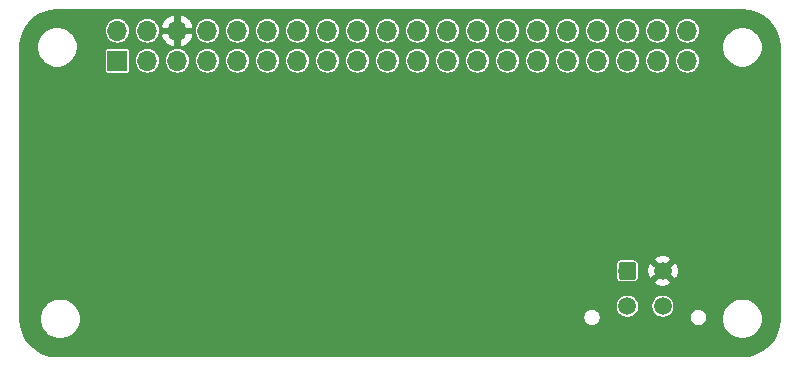
<source format=gbl>
G04 #@! TF.GenerationSoftware,KiCad,Pcbnew,(5.1.4-0-10_14)*
G04 #@! TF.CreationDate,2020-01-14T22:34:08-05:00*
G04 #@! TF.ProjectId,Charging_LCD_Display,43686172-6769-46e6-975f-4c43445f4469,rev?*
G04 #@! TF.SameCoordinates,Original*
G04 #@! TF.FileFunction,Copper,L2,Bot*
G04 #@! TF.FilePolarity,Positive*
%FSLAX46Y46*%
G04 Gerber Fmt 4.6, Leading zero omitted, Abs format (unit mm)*
G04 Created by KiCad (PCBNEW (5.1.4-0-10_14)) date 2020-01-14 22:34:08*
%MOMM*%
%LPD*%
G04 APERTURE LIST*
%ADD10R,1.700000X1.700000*%
%ADD11O,1.700000X1.700000*%
%ADD12C,0.100000*%
%ADD13C,1.500000*%
%ADD14C,0.609600*%
%ADD15C,0.152400*%
G04 APERTURE END LIST*
D10*
X106680000Y-114046000D03*
D11*
X106680000Y-111506000D03*
X109220000Y-114046000D03*
X109220000Y-111506000D03*
X111760000Y-114046000D03*
X111760000Y-111506000D03*
X114300000Y-114046000D03*
X114300000Y-111506000D03*
X116840000Y-114046000D03*
X116840000Y-111506000D03*
X119380000Y-114046000D03*
X119380000Y-111506000D03*
X121920000Y-114046000D03*
X121920000Y-111506000D03*
X124460000Y-114046000D03*
X124460000Y-111506000D03*
X127000000Y-114046000D03*
X127000000Y-111506000D03*
X129540000Y-114046000D03*
X129540000Y-111506000D03*
X132080000Y-114046000D03*
X132080000Y-111506000D03*
X134620000Y-114046000D03*
X134620000Y-111506000D03*
X137160000Y-114046000D03*
X137160000Y-111506000D03*
X139700000Y-114046000D03*
X139700000Y-111506000D03*
X142240000Y-114046000D03*
X142240000Y-111506000D03*
X144780000Y-114046000D03*
X144780000Y-111506000D03*
X147320000Y-114046000D03*
X147320000Y-111506000D03*
X149860000Y-114046000D03*
X149860000Y-111506000D03*
X152400000Y-114046000D03*
X152400000Y-111506000D03*
X154940000Y-114046000D03*
X154940000Y-111506000D03*
D12*
G36*
X150384504Y-131077204D02*
G01*
X150408773Y-131080804D01*
X150432571Y-131086765D01*
X150455671Y-131095030D01*
X150477849Y-131105520D01*
X150498893Y-131118133D01*
X150518598Y-131132747D01*
X150536777Y-131149223D01*
X150553253Y-131167402D01*
X150567867Y-131187107D01*
X150580480Y-131208151D01*
X150590970Y-131230329D01*
X150599235Y-131253429D01*
X150605196Y-131277227D01*
X150608796Y-131301496D01*
X150610000Y-131326000D01*
X150610000Y-132326000D01*
X150608796Y-132350504D01*
X150605196Y-132374773D01*
X150599235Y-132398571D01*
X150590970Y-132421671D01*
X150580480Y-132443849D01*
X150567867Y-132464893D01*
X150553253Y-132484598D01*
X150536777Y-132502777D01*
X150518598Y-132519253D01*
X150498893Y-132533867D01*
X150477849Y-132546480D01*
X150455671Y-132556970D01*
X150432571Y-132565235D01*
X150408773Y-132571196D01*
X150384504Y-132574796D01*
X150360000Y-132576000D01*
X149360000Y-132576000D01*
X149335496Y-132574796D01*
X149311227Y-132571196D01*
X149287429Y-132565235D01*
X149264329Y-132556970D01*
X149242151Y-132546480D01*
X149221107Y-132533867D01*
X149201402Y-132519253D01*
X149183223Y-132502777D01*
X149166747Y-132484598D01*
X149152133Y-132464893D01*
X149139520Y-132443849D01*
X149129030Y-132421671D01*
X149120765Y-132398571D01*
X149114804Y-132374773D01*
X149111204Y-132350504D01*
X149110000Y-132326000D01*
X149110000Y-131326000D01*
X149111204Y-131301496D01*
X149114804Y-131277227D01*
X149120765Y-131253429D01*
X149129030Y-131230329D01*
X149139520Y-131208151D01*
X149152133Y-131187107D01*
X149166747Y-131167402D01*
X149183223Y-131149223D01*
X149201402Y-131132747D01*
X149221107Y-131118133D01*
X149242151Y-131105520D01*
X149264329Y-131095030D01*
X149287429Y-131086765D01*
X149311227Y-131080804D01*
X149335496Y-131077204D01*
X149360000Y-131076000D01*
X150360000Y-131076000D01*
X150384504Y-131077204D01*
X150384504Y-131077204D01*
G37*
D13*
X149860000Y-131826000D03*
X152860000Y-131826000D03*
X149860000Y-134826000D03*
X152860000Y-134826000D03*
D14*
X129527300Y-129336800D03*
X129514600Y-130365500D03*
X129527300Y-131343400D03*
X129514600Y-132372100D03*
X129578100Y-133565900D03*
X123177300Y-136474200D03*
X125056900Y-136486900D03*
X128409700Y-134226300D03*
X119862600Y-123761500D03*
X119862600Y-124650500D03*
X119862600Y-126428500D03*
X118973600Y-123761500D03*
X118084600Y-123761500D03*
X117195600Y-123761500D03*
X118071900Y-136588500D03*
X119710200Y-136652000D03*
X121500900Y-136601200D03*
X129070100Y-135813800D03*
X126631700Y-136486900D03*
X110439200Y-136537700D03*
X111912400Y-136512300D03*
X113334800Y-136461500D03*
X114858800Y-136486900D03*
X129489200Y-134734300D03*
X128384300Y-136639300D03*
X116306600Y-123761500D03*
X128422400Y-132981700D03*
X108915200Y-136486900D03*
X129514600Y-124015500D03*
X129514600Y-125031500D03*
X129514600Y-126047500D03*
X129489200Y-127266700D03*
X129514600Y-128270000D03*
X116370100Y-136537700D03*
X119862600Y-125539500D03*
X137163292Y-120497621D03*
X137668000Y-118948200D03*
X155575000Y-122453400D03*
X138163300Y-128054100D03*
X109245400Y-123634500D03*
X109258100Y-122732800D03*
X109296200Y-121780300D03*
D15*
G36*
X160215691Y-109780545D02*
G01*
X160807924Y-109959351D01*
X161354154Y-110249787D01*
X161833568Y-110640786D01*
X162227904Y-111117458D01*
X162522143Y-111661639D01*
X162705081Y-112252619D01*
X162771375Y-112883358D01*
X162771401Y-112890855D01*
X162771400Y-135873926D01*
X162709455Y-136505691D01*
X162530649Y-137097924D01*
X162240212Y-137644156D01*
X161849216Y-138123566D01*
X161372545Y-138517902D01*
X160828354Y-138812145D01*
X160237381Y-138995081D01*
X159606642Y-139061375D01*
X159599432Y-139061400D01*
X101616074Y-139061400D01*
X100984309Y-138999455D01*
X100392076Y-138820649D01*
X99845844Y-138530212D01*
X99366434Y-138139216D01*
X98972098Y-137662545D01*
X98677855Y-137118354D01*
X98494919Y-136527381D01*
X98428625Y-135896642D01*
X98428600Y-135889432D01*
X98428600Y-135721058D01*
X100138700Y-135721058D01*
X100138700Y-136058942D01*
X100204618Y-136390335D01*
X100333921Y-136702499D01*
X100521639Y-136983440D01*
X100760560Y-137222361D01*
X101041501Y-137410079D01*
X101353665Y-137539382D01*
X101685058Y-137605300D01*
X102022942Y-137605300D01*
X102354335Y-137539382D01*
X102666499Y-137410079D01*
X102947440Y-137222361D01*
X103186361Y-136983440D01*
X103374079Y-136702499D01*
X103503382Y-136390335D01*
X103569300Y-136058942D01*
X103569300Y-135721058D01*
X103563966Y-135694239D01*
X146131400Y-135694239D01*
X146131400Y-135837761D01*
X146159400Y-135978525D01*
X146214323Y-136111121D01*
X146294060Y-136230455D01*
X146395545Y-136331940D01*
X146514879Y-136411677D01*
X146647475Y-136466600D01*
X146788239Y-136494600D01*
X146931761Y-136494600D01*
X147072525Y-136466600D01*
X147205121Y-136411677D01*
X147324455Y-136331940D01*
X147425940Y-136230455D01*
X147505677Y-136111121D01*
X147560600Y-135978525D01*
X147588600Y-135837761D01*
X147588600Y-135694239D01*
X147560600Y-135553475D01*
X147505677Y-135420879D01*
X147425940Y-135301545D01*
X147324455Y-135200060D01*
X147205121Y-135120323D01*
X147072525Y-135065400D01*
X146931761Y-135037400D01*
X146788239Y-135037400D01*
X146647475Y-135065400D01*
X146514879Y-135120323D01*
X146395545Y-135200060D01*
X146294060Y-135301545D01*
X146214323Y-135420879D01*
X146159400Y-135553475D01*
X146131400Y-135694239D01*
X103563966Y-135694239D01*
X103503382Y-135389665D01*
X103374079Y-135077501D01*
X103186361Y-134796560D01*
X103119417Y-134729616D01*
X148881400Y-134729616D01*
X148881400Y-134922384D01*
X148919007Y-135111447D01*
X148992776Y-135289541D01*
X149099872Y-135449821D01*
X149236179Y-135586128D01*
X149396459Y-135693224D01*
X149574553Y-135766993D01*
X149763616Y-135804600D01*
X149956384Y-135804600D01*
X150145447Y-135766993D01*
X150323541Y-135693224D01*
X150483821Y-135586128D01*
X150620128Y-135449821D01*
X150727224Y-135289541D01*
X150800993Y-135111447D01*
X150838600Y-134922384D01*
X150838600Y-134729616D01*
X151881400Y-134729616D01*
X151881400Y-134922384D01*
X151919007Y-135111447D01*
X151992776Y-135289541D01*
X152099872Y-135449821D01*
X152236179Y-135586128D01*
X152396459Y-135693224D01*
X152574553Y-135766993D01*
X152763616Y-135804600D01*
X152956384Y-135804600D01*
X153145447Y-135766993D01*
X153321090Y-135694239D01*
X155131400Y-135694239D01*
X155131400Y-135837761D01*
X155159400Y-135978525D01*
X155214323Y-136111121D01*
X155294060Y-136230455D01*
X155395545Y-136331940D01*
X155514879Y-136411677D01*
X155647475Y-136466600D01*
X155788239Y-136494600D01*
X155931761Y-136494600D01*
X156072525Y-136466600D01*
X156205121Y-136411677D01*
X156324455Y-136331940D01*
X156425940Y-136230455D01*
X156505677Y-136111121D01*
X156560600Y-135978525D01*
X156588600Y-135837761D01*
X156588600Y-135721058D01*
X157884700Y-135721058D01*
X157884700Y-136058942D01*
X157950618Y-136390335D01*
X158079921Y-136702499D01*
X158267639Y-136983440D01*
X158506560Y-137222361D01*
X158787501Y-137410079D01*
X159099665Y-137539382D01*
X159431058Y-137605300D01*
X159768942Y-137605300D01*
X160100335Y-137539382D01*
X160412499Y-137410079D01*
X160693440Y-137222361D01*
X160932361Y-136983440D01*
X161120079Y-136702499D01*
X161249382Y-136390335D01*
X161315300Y-136058942D01*
X161315300Y-135721058D01*
X161249382Y-135389665D01*
X161120079Y-135077501D01*
X160932361Y-134796560D01*
X160693440Y-134557639D01*
X160412499Y-134369921D01*
X160100335Y-134240618D01*
X159768942Y-134174700D01*
X159431058Y-134174700D01*
X159099665Y-134240618D01*
X158787501Y-134369921D01*
X158506560Y-134557639D01*
X158267639Y-134796560D01*
X158079921Y-135077501D01*
X157950618Y-135389665D01*
X157884700Y-135721058D01*
X156588600Y-135721058D01*
X156588600Y-135694239D01*
X156560600Y-135553475D01*
X156505677Y-135420879D01*
X156425940Y-135301545D01*
X156324455Y-135200060D01*
X156205121Y-135120323D01*
X156072525Y-135065400D01*
X155931761Y-135037400D01*
X155788239Y-135037400D01*
X155647475Y-135065400D01*
X155514879Y-135120323D01*
X155395545Y-135200060D01*
X155294060Y-135301545D01*
X155214323Y-135420879D01*
X155159400Y-135553475D01*
X155131400Y-135694239D01*
X153321090Y-135694239D01*
X153323541Y-135693224D01*
X153483821Y-135586128D01*
X153620128Y-135449821D01*
X153727224Y-135289541D01*
X153800993Y-135111447D01*
X153838600Y-134922384D01*
X153838600Y-134729616D01*
X153800993Y-134540553D01*
X153727224Y-134362459D01*
X153620128Y-134202179D01*
X153483821Y-134065872D01*
X153323541Y-133958776D01*
X153145447Y-133885007D01*
X152956384Y-133847400D01*
X152763616Y-133847400D01*
X152574553Y-133885007D01*
X152396459Y-133958776D01*
X152236179Y-134065872D01*
X152099872Y-134202179D01*
X151992776Y-134362459D01*
X151919007Y-134540553D01*
X151881400Y-134729616D01*
X150838600Y-134729616D01*
X150800993Y-134540553D01*
X150727224Y-134362459D01*
X150620128Y-134202179D01*
X150483821Y-134065872D01*
X150323541Y-133958776D01*
X150145447Y-133885007D01*
X149956384Y-133847400D01*
X149763616Y-133847400D01*
X149574553Y-133885007D01*
X149396459Y-133958776D01*
X149236179Y-134065872D01*
X149099872Y-134202179D01*
X148992776Y-134362459D01*
X148919007Y-134540553D01*
X148881400Y-134729616D01*
X103119417Y-134729616D01*
X102947440Y-134557639D01*
X102666499Y-134369921D01*
X102354335Y-134240618D01*
X102022942Y-134174700D01*
X101685058Y-134174700D01*
X101353665Y-134240618D01*
X101041501Y-134369921D01*
X100760560Y-134557639D01*
X100521639Y-134796560D01*
X100333921Y-135077501D01*
X100204618Y-135389665D01*
X100138700Y-135721058D01*
X98428600Y-135721058D01*
X98428600Y-131326000D01*
X148880294Y-131326000D01*
X148880294Y-132326000D01*
X148889511Y-132419586D01*
X148916809Y-132509576D01*
X148961139Y-132592510D01*
X149020797Y-132665203D01*
X149093490Y-132724861D01*
X149176424Y-132769191D01*
X149266414Y-132796489D01*
X149360000Y-132805706D01*
X150360000Y-132805706D01*
X150453586Y-132796489D01*
X150484771Y-132787029D01*
X152150418Y-132787029D01*
X152222786Y-133005541D01*
X152465147Y-133107191D01*
X152722681Y-133159605D01*
X152985494Y-133160769D01*
X153243483Y-133110640D01*
X153486736Y-133011142D01*
X153497214Y-133005541D01*
X153569582Y-132787029D01*
X152860000Y-132077447D01*
X152150418Y-132787029D01*
X150484771Y-132787029D01*
X150543576Y-132769191D01*
X150626510Y-132724861D01*
X150699203Y-132665203D01*
X150758861Y-132592510D01*
X150803191Y-132509576D01*
X150830489Y-132419586D01*
X150839706Y-132326000D01*
X150839706Y-131951494D01*
X151525231Y-131951494D01*
X151575360Y-132209483D01*
X151674858Y-132452736D01*
X151680459Y-132463214D01*
X151898971Y-132535582D01*
X152608553Y-131826000D01*
X153111447Y-131826000D01*
X153821029Y-132535582D01*
X154039541Y-132463214D01*
X154141191Y-132220853D01*
X154193605Y-131963319D01*
X154194769Y-131700506D01*
X154144640Y-131442517D01*
X154045142Y-131199264D01*
X154039541Y-131188786D01*
X153821029Y-131116418D01*
X153111447Y-131826000D01*
X152608553Y-131826000D01*
X151898971Y-131116418D01*
X151680459Y-131188786D01*
X151578809Y-131431147D01*
X151526395Y-131688681D01*
X151525231Y-131951494D01*
X150839706Y-131951494D01*
X150839706Y-131326000D01*
X150830489Y-131232414D01*
X150803191Y-131142424D01*
X150758861Y-131059490D01*
X150699203Y-130986797D01*
X150626510Y-130927139D01*
X150543576Y-130882809D01*
X150484772Y-130864971D01*
X152150418Y-130864971D01*
X152860000Y-131574553D01*
X153569582Y-130864971D01*
X153497214Y-130646459D01*
X153254853Y-130544809D01*
X152997319Y-130492395D01*
X152734506Y-130491231D01*
X152476517Y-130541360D01*
X152233264Y-130640858D01*
X152222786Y-130646459D01*
X152150418Y-130864971D01*
X150484772Y-130864971D01*
X150453586Y-130855511D01*
X150360000Y-130846294D01*
X149360000Y-130846294D01*
X149266414Y-130855511D01*
X149176424Y-130882809D01*
X149093490Y-130927139D01*
X149020797Y-130986797D01*
X148961139Y-131059490D01*
X148916809Y-131142424D01*
X148889511Y-131232414D01*
X148880294Y-131326000D01*
X98428600Y-131326000D01*
X98428600Y-112906064D01*
X98446739Y-112721058D01*
X99884699Y-112721058D01*
X99884699Y-113058942D01*
X99950617Y-113390335D01*
X100079920Y-113702499D01*
X100267638Y-113983440D01*
X100506559Y-114222361D01*
X100787500Y-114410079D01*
X101099664Y-114539382D01*
X101431057Y-114605300D01*
X101768941Y-114605300D01*
X102100334Y-114539382D01*
X102412498Y-114410079D01*
X102693439Y-114222361D01*
X102932360Y-113983440D01*
X103120078Y-113702499D01*
X103249381Y-113390335D01*
X103288036Y-113196000D01*
X105600294Y-113196000D01*
X105600294Y-114896000D01*
X105604708Y-114940813D01*
X105617779Y-114983905D01*
X105639006Y-115023618D01*
X105667573Y-115058427D01*
X105702382Y-115086994D01*
X105742095Y-115108221D01*
X105785187Y-115121292D01*
X105830000Y-115125706D01*
X107530000Y-115125706D01*
X107574813Y-115121292D01*
X107617905Y-115108221D01*
X107657618Y-115086994D01*
X107692427Y-115058427D01*
X107720994Y-115023618D01*
X107742221Y-114983905D01*
X107755292Y-114940813D01*
X107759706Y-114896000D01*
X107759706Y-114046000D01*
X108136182Y-114046000D01*
X108157007Y-114257442D01*
X108218683Y-114460759D01*
X108318838Y-114648137D01*
X108453625Y-114812375D01*
X108617863Y-114947162D01*
X108805241Y-115047317D01*
X109008558Y-115108993D01*
X109167020Y-115124600D01*
X109272980Y-115124600D01*
X109431442Y-115108993D01*
X109634759Y-115047317D01*
X109822137Y-114947162D01*
X109986375Y-114812375D01*
X110121162Y-114648137D01*
X110221317Y-114460759D01*
X110282993Y-114257442D01*
X110303818Y-114046000D01*
X110676182Y-114046000D01*
X110697007Y-114257442D01*
X110758683Y-114460759D01*
X110858838Y-114648137D01*
X110993625Y-114812375D01*
X111157863Y-114947162D01*
X111345241Y-115047317D01*
X111548558Y-115108993D01*
X111707020Y-115124600D01*
X111812980Y-115124600D01*
X111971442Y-115108993D01*
X112174759Y-115047317D01*
X112362137Y-114947162D01*
X112526375Y-114812375D01*
X112661162Y-114648137D01*
X112761317Y-114460759D01*
X112822993Y-114257442D01*
X112843818Y-114046000D01*
X113216182Y-114046000D01*
X113237007Y-114257442D01*
X113298683Y-114460759D01*
X113398838Y-114648137D01*
X113533625Y-114812375D01*
X113697863Y-114947162D01*
X113885241Y-115047317D01*
X114088558Y-115108993D01*
X114247020Y-115124600D01*
X114352980Y-115124600D01*
X114511442Y-115108993D01*
X114714759Y-115047317D01*
X114902137Y-114947162D01*
X115066375Y-114812375D01*
X115201162Y-114648137D01*
X115301317Y-114460759D01*
X115362993Y-114257442D01*
X115383818Y-114046000D01*
X115756182Y-114046000D01*
X115777007Y-114257442D01*
X115838683Y-114460759D01*
X115938838Y-114648137D01*
X116073625Y-114812375D01*
X116237863Y-114947162D01*
X116425241Y-115047317D01*
X116628558Y-115108993D01*
X116787020Y-115124600D01*
X116892980Y-115124600D01*
X117051442Y-115108993D01*
X117254759Y-115047317D01*
X117442137Y-114947162D01*
X117606375Y-114812375D01*
X117741162Y-114648137D01*
X117841317Y-114460759D01*
X117902993Y-114257442D01*
X117923818Y-114046000D01*
X118296182Y-114046000D01*
X118317007Y-114257442D01*
X118378683Y-114460759D01*
X118478838Y-114648137D01*
X118613625Y-114812375D01*
X118777863Y-114947162D01*
X118965241Y-115047317D01*
X119168558Y-115108993D01*
X119327020Y-115124600D01*
X119432980Y-115124600D01*
X119591442Y-115108993D01*
X119794759Y-115047317D01*
X119982137Y-114947162D01*
X120146375Y-114812375D01*
X120281162Y-114648137D01*
X120381317Y-114460759D01*
X120442993Y-114257442D01*
X120463818Y-114046000D01*
X120836182Y-114046000D01*
X120857007Y-114257442D01*
X120918683Y-114460759D01*
X121018838Y-114648137D01*
X121153625Y-114812375D01*
X121317863Y-114947162D01*
X121505241Y-115047317D01*
X121708558Y-115108993D01*
X121867020Y-115124600D01*
X121972980Y-115124600D01*
X122131442Y-115108993D01*
X122334759Y-115047317D01*
X122522137Y-114947162D01*
X122686375Y-114812375D01*
X122821162Y-114648137D01*
X122921317Y-114460759D01*
X122982993Y-114257442D01*
X123003818Y-114046000D01*
X123376182Y-114046000D01*
X123397007Y-114257442D01*
X123458683Y-114460759D01*
X123558838Y-114648137D01*
X123693625Y-114812375D01*
X123857863Y-114947162D01*
X124045241Y-115047317D01*
X124248558Y-115108993D01*
X124407020Y-115124600D01*
X124512980Y-115124600D01*
X124671442Y-115108993D01*
X124874759Y-115047317D01*
X125062137Y-114947162D01*
X125226375Y-114812375D01*
X125361162Y-114648137D01*
X125461317Y-114460759D01*
X125522993Y-114257442D01*
X125543818Y-114046000D01*
X125916182Y-114046000D01*
X125937007Y-114257442D01*
X125998683Y-114460759D01*
X126098838Y-114648137D01*
X126233625Y-114812375D01*
X126397863Y-114947162D01*
X126585241Y-115047317D01*
X126788558Y-115108993D01*
X126947020Y-115124600D01*
X127052980Y-115124600D01*
X127211442Y-115108993D01*
X127414759Y-115047317D01*
X127602137Y-114947162D01*
X127766375Y-114812375D01*
X127901162Y-114648137D01*
X128001317Y-114460759D01*
X128062993Y-114257442D01*
X128083818Y-114046000D01*
X128456182Y-114046000D01*
X128477007Y-114257442D01*
X128538683Y-114460759D01*
X128638838Y-114648137D01*
X128773625Y-114812375D01*
X128937863Y-114947162D01*
X129125241Y-115047317D01*
X129328558Y-115108993D01*
X129487020Y-115124600D01*
X129592980Y-115124600D01*
X129751442Y-115108993D01*
X129954759Y-115047317D01*
X130142137Y-114947162D01*
X130306375Y-114812375D01*
X130441162Y-114648137D01*
X130541317Y-114460759D01*
X130602993Y-114257442D01*
X130623818Y-114046000D01*
X130996182Y-114046000D01*
X131017007Y-114257442D01*
X131078683Y-114460759D01*
X131178838Y-114648137D01*
X131313625Y-114812375D01*
X131477863Y-114947162D01*
X131665241Y-115047317D01*
X131868558Y-115108993D01*
X132027020Y-115124600D01*
X132132980Y-115124600D01*
X132291442Y-115108993D01*
X132494759Y-115047317D01*
X132682137Y-114947162D01*
X132846375Y-114812375D01*
X132981162Y-114648137D01*
X133081317Y-114460759D01*
X133142993Y-114257442D01*
X133163818Y-114046000D01*
X133536182Y-114046000D01*
X133557007Y-114257442D01*
X133618683Y-114460759D01*
X133718838Y-114648137D01*
X133853625Y-114812375D01*
X134017863Y-114947162D01*
X134205241Y-115047317D01*
X134408558Y-115108993D01*
X134567020Y-115124600D01*
X134672980Y-115124600D01*
X134831442Y-115108993D01*
X135034759Y-115047317D01*
X135222137Y-114947162D01*
X135386375Y-114812375D01*
X135521162Y-114648137D01*
X135621317Y-114460759D01*
X135682993Y-114257442D01*
X135703818Y-114046000D01*
X136076182Y-114046000D01*
X136097007Y-114257442D01*
X136158683Y-114460759D01*
X136258838Y-114648137D01*
X136393625Y-114812375D01*
X136557863Y-114947162D01*
X136745241Y-115047317D01*
X136948558Y-115108993D01*
X137107020Y-115124600D01*
X137212980Y-115124600D01*
X137371442Y-115108993D01*
X137574759Y-115047317D01*
X137762137Y-114947162D01*
X137926375Y-114812375D01*
X138061162Y-114648137D01*
X138161317Y-114460759D01*
X138222993Y-114257442D01*
X138243818Y-114046000D01*
X138616182Y-114046000D01*
X138637007Y-114257442D01*
X138698683Y-114460759D01*
X138798838Y-114648137D01*
X138933625Y-114812375D01*
X139097863Y-114947162D01*
X139285241Y-115047317D01*
X139488558Y-115108993D01*
X139647020Y-115124600D01*
X139752980Y-115124600D01*
X139911442Y-115108993D01*
X140114759Y-115047317D01*
X140302137Y-114947162D01*
X140466375Y-114812375D01*
X140601162Y-114648137D01*
X140701317Y-114460759D01*
X140762993Y-114257442D01*
X140783818Y-114046000D01*
X141156182Y-114046000D01*
X141177007Y-114257442D01*
X141238683Y-114460759D01*
X141338838Y-114648137D01*
X141473625Y-114812375D01*
X141637863Y-114947162D01*
X141825241Y-115047317D01*
X142028558Y-115108993D01*
X142187020Y-115124600D01*
X142292980Y-115124600D01*
X142451442Y-115108993D01*
X142654759Y-115047317D01*
X142842137Y-114947162D01*
X143006375Y-114812375D01*
X143141162Y-114648137D01*
X143241317Y-114460759D01*
X143302993Y-114257442D01*
X143323818Y-114046000D01*
X143696182Y-114046000D01*
X143717007Y-114257442D01*
X143778683Y-114460759D01*
X143878838Y-114648137D01*
X144013625Y-114812375D01*
X144177863Y-114947162D01*
X144365241Y-115047317D01*
X144568558Y-115108993D01*
X144727020Y-115124600D01*
X144832980Y-115124600D01*
X144991442Y-115108993D01*
X145194759Y-115047317D01*
X145382137Y-114947162D01*
X145546375Y-114812375D01*
X145681162Y-114648137D01*
X145781317Y-114460759D01*
X145842993Y-114257442D01*
X145863818Y-114046000D01*
X146236182Y-114046000D01*
X146257007Y-114257442D01*
X146318683Y-114460759D01*
X146418838Y-114648137D01*
X146553625Y-114812375D01*
X146717863Y-114947162D01*
X146905241Y-115047317D01*
X147108558Y-115108993D01*
X147267020Y-115124600D01*
X147372980Y-115124600D01*
X147531442Y-115108993D01*
X147734759Y-115047317D01*
X147922137Y-114947162D01*
X148086375Y-114812375D01*
X148221162Y-114648137D01*
X148321317Y-114460759D01*
X148382993Y-114257442D01*
X148403818Y-114046000D01*
X148776182Y-114046000D01*
X148797007Y-114257442D01*
X148858683Y-114460759D01*
X148958838Y-114648137D01*
X149093625Y-114812375D01*
X149257863Y-114947162D01*
X149445241Y-115047317D01*
X149648558Y-115108993D01*
X149807020Y-115124600D01*
X149912980Y-115124600D01*
X150071442Y-115108993D01*
X150274759Y-115047317D01*
X150462137Y-114947162D01*
X150626375Y-114812375D01*
X150761162Y-114648137D01*
X150861317Y-114460759D01*
X150922993Y-114257442D01*
X150943818Y-114046000D01*
X151316182Y-114046000D01*
X151337007Y-114257442D01*
X151398683Y-114460759D01*
X151498838Y-114648137D01*
X151633625Y-114812375D01*
X151797863Y-114947162D01*
X151985241Y-115047317D01*
X152188558Y-115108993D01*
X152347020Y-115124600D01*
X152452980Y-115124600D01*
X152611442Y-115108993D01*
X152814759Y-115047317D01*
X153002137Y-114947162D01*
X153166375Y-114812375D01*
X153301162Y-114648137D01*
X153401317Y-114460759D01*
X153462993Y-114257442D01*
X153483818Y-114046000D01*
X153856182Y-114046000D01*
X153877007Y-114257442D01*
X153938683Y-114460759D01*
X154038838Y-114648137D01*
X154173625Y-114812375D01*
X154337863Y-114947162D01*
X154525241Y-115047317D01*
X154728558Y-115108993D01*
X154887020Y-115124600D01*
X154992980Y-115124600D01*
X155151442Y-115108993D01*
X155354759Y-115047317D01*
X155542137Y-114947162D01*
X155706375Y-114812375D01*
X155841162Y-114648137D01*
X155941317Y-114460759D01*
X156002993Y-114257442D01*
X156023818Y-114046000D01*
X156002993Y-113834558D01*
X155941317Y-113631241D01*
X155841162Y-113443863D01*
X155706375Y-113279625D01*
X155542137Y-113144838D01*
X155354759Y-113044683D01*
X155151442Y-112983007D01*
X154992980Y-112967400D01*
X154887020Y-112967400D01*
X154728558Y-112983007D01*
X154525241Y-113044683D01*
X154337863Y-113144838D01*
X154173625Y-113279625D01*
X154038838Y-113443863D01*
X153938683Y-113631241D01*
X153877007Y-113834558D01*
X153856182Y-114046000D01*
X153483818Y-114046000D01*
X153462993Y-113834558D01*
X153401317Y-113631241D01*
X153301162Y-113443863D01*
X153166375Y-113279625D01*
X153002137Y-113144838D01*
X152814759Y-113044683D01*
X152611442Y-112983007D01*
X152452980Y-112967400D01*
X152347020Y-112967400D01*
X152188558Y-112983007D01*
X151985241Y-113044683D01*
X151797863Y-113144838D01*
X151633625Y-113279625D01*
X151498838Y-113443863D01*
X151398683Y-113631241D01*
X151337007Y-113834558D01*
X151316182Y-114046000D01*
X150943818Y-114046000D01*
X150922993Y-113834558D01*
X150861317Y-113631241D01*
X150761162Y-113443863D01*
X150626375Y-113279625D01*
X150462137Y-113144838D01*
X150274759Y-113044683D01*
X150071442Y-112983007D01*
X149912980Y-112967400D01*
X149807020Y-112967400D01*
X149648558Y-112983007D01*
X149445241Y-113044683D01*
X149257863Y-113144838D01*
X149093625Y-113279625D01*
X148958838Y-113443863D01*
X148858683Y-113631241D01*
X148797007Y-113834558D01*
X148776182Y-114046000D01*
X148403818Y-114046000D01*
X148382993Y-113834558D01*
X148321317Y-113631241D01*
X148221162Y-113443863D01*
X148086375Y-113279625D01*
X147922137Y-113144838D01*
X147734759Y-113044683D01*
X147531442Y-112983007D01*
X147372980Y-112967400D01*
X147267020Y-112967400D01*
X147108558Y-112983007D01*
X146905241Y-113044683D01*
X146717863Y-113144838D01*
X146553625Y-113279625D01*
X146418838Y-113443863D01*
X146318683Y-113631241D01*
X146257007Y-113834558D01*
X146236182Y-114046000D01*
X145863818Y-114046000D01*
X145842993Y-113834558D01*
X145781317Y-113631241D01*
X145681162Y-113443863D01*
X145546375Y-113279625D01*
X145382137Y-113144838D01*
X145194759Y-113044683D01*
X144991442Y-112983007D01*
X144832980Y-112967400D01*
X144727020Y-112967400D01*
X144568558Y-112983007D01*
X144365241Y-113044683D01*
X144177863Y-113144838D01*
X144013625Y-113279625D01*
X143878838Y-113443863D01*
X143778683Y-113631241D01*
X143717007Y-113834558D01*
X143696182Y-114046000D01*
X143323818Y-114046000D01*
X143302993Y-113834558D01*
X143241317Y-113631241D01*
X143141162Y-113443863D01*
X143006375Y-113279625D01*
X142842137Y-113144838D01*
X142654759Y-113044683D01*
X142451442Y-112983007D01*
X142292980Y-112967400D01*
X142187020Y-112967400D01*
X142028558Y-112983007D01*
X141825241Y-113044683D01*
X141637863Y-113144838D01*
X141473625Y-113279625D01*
X141338838Y-113443863D01*
X141238683Y-113631241D01*
X141177007Y-113834558D01*
X141156182Y-114046000D01*
X140783818Y-114046000D01*
X140762993Y-113834558D01*
X140701317Y-113631241D01*
X140601162Y-113443863D01*
X140466375Y-113279625D01*
X140302137Y-113144838D01*
X140114759Y-113044683D01*
X139911442Y-112983007D01*
X139752980Y-112967400D01*
X139647020Y-112967400D01*
X139488558Y-112983007D01*
X139285241Y-113044683D01*
X139097863Y-113144838D01*
X138933625Y-113279625D01*
X138798838Y-113443863D01*
X138698683Y-113631241D01*
X138637007Y-113834558D01*
X138616182Y-114046000D01*
X138243818Y-114046000D01*
X138222993Y-113834558D01*
X138161317Y-113631241D01*
X138061162Y-113443863D01*
X137926375Y-113279625D01*
X137762137Y-113144838D01*
X137574759Y-113044683D01*
X137371442Y-112983007D01*
X137212980Y-112967400D01*
X137107020Y-112967400D01*
X136948558Y-112983007D01*
X136745241Y-113044683D01*
X136557863Y-113144838D01*
X136393625Y-113279625D01*
X136258838Y-113443863D01*
X136158683Y-113631241D01*
X136097007Y-113834558D01*
X136076182Y-114046000D01*
X135703818Y-114046000D01*
X135682993Y-113834558D01*
X135621317Y-113631241D01*
X135521162Y-113443863D01*
X135386375Y-113279625D01*
X135222137Y-113144838D01*
X135034759Y-113044683D01*
X134831442Y-112983007D01*
X134672980Y-112967400D01*
X134567020Y-112967400D01*
X134408558Y-112983007D01*
X134205241Y-113044683D01*
X134017863Y-113144838D01*
X133853625Y-113279625D01*
X133718838Y-113443863D01*
X133618683Y-113631241D01*
X133557007Y-113834558D01*
X133536182Y-114046000D01*
X133163818Y-114046000D01*
X133142993Y-113834558D01*
X133081317Y-113631241D01*
X132981162Y-113443863D01*
X132846375Y-113279625D01*
X132682137Y-113144838D01*
X132494759Y-113044683D01*
X132291442Y-112983007D01*
X132132980Y-112967400D01*
X132027020Y-112967400D01*
X131868558Y-112983007D01*
X131665241Y-113044683D01*
X131477863Y-113144838D01*
X131313625Y-113279625D01*
X131178838Y-113443863D01*
X131078683Y-113631241D01*
X131017007Y-113834558D01*
X130996182Y-114046000D01*
X130623818Y-114046000D01*
X130602993Y-113834558D01*
X130541317Y-113631241D01*
X130441162Y-113443863D01*
X130306375Y-113279625D01*
X130142137Y-113144838D01*
X129954759Y-113044683D01*
X129751442Y-112983007D01*
X129592980Y-112967400D01*
X129487020Y-112967400D01*
X129328558Y-112983007D01*
X129125241Y-113044683D01*
X128937863Y-113144838D01*
X128773625Y-113279625D01*
X128638838Y-113443863D01*
X128538683Y-113631241D01*
X128477007Y-113834558D01*
X128456182Y-114046000D01*
X128083818Y-114046000D01*
X128062993Y-113834558D01*
X128001317Y-113631241D01*
X127901162Y-113443863D01*
X127766375Y-113279625D01*
X127602137Y-113144838D01*
X127414759Y-113044683D01*
X127211442Y-112983007D01*
X127052980Y-112967400D01*
X126947020Y-112967400D01*
X126788558Y-112983007D01*
X126585241Y-113044683D01*
X126397863Y-113144838D01*
X126233625Y-113279625D01*
X126098838Y-113443863D01*
X125998683Y-113631241D01*
X125937007Y-113834558D01*
X125916182Y-114046000D01*
X125543818Y-114046000D01*
X125522993Y-113834558D01*
X125461317Y-113631241D01*
X125361162Y-113443863D01*
X125226375Y-113279625D01*
X125062137Y-113144838D01*
X124874759Y-113044683D01*
X124671442Y-112983007D01*
X124512980Y-112967400D01*
X124407020Y-112967400D01*
X124248558Y-112983007D01*
X124045241Y-113044683D01*
X123857863Y-113144838D01*
X123693625Y-113279625D01*
X123558838Y-113443863D01*
X123458683Y-113631241D01*
X123397007Y-113834558D01*
X123376182Y-114046000D01*
X123003818Y-114046000D01*
X122982993Y-113834558D01*
X122921317Y-113631241D01*
X122821162Y-113443863D01*
X122686375Y-113279625D01*
X122522137Y-113144838D01*
X122334759Y-113044683D01*
X122131442Y-112983007D01*
X121972980Y-112967400D01*
X121867020Y-112967400D01*
X121708558Y-112983007D01*
X121505241Y-113044683D01*
X121317863Y-113144838D01*
X121153625Y-113279625D01*
X121018838Y-113443863D01*
X120918683Y-113631241D01*
X120857007Y-113834558D01*
X120836182Y-114046000D01*
X120463818Y-114046000D01*
X120442993Y-113834558D01*
X120381317Y-113631241D01*
X120281162Y-113443863D01*
X120146375Y-113279625D01*
X119982137Y-113144838D01*
X119794759Y-113044683D01*
X119591442Y-112983007D01*
X119432980Y-112967400D01*
X119327020Y-112967400D01*
X119168558Y-112983007D01*
X118965241Y-113044683D01*
X118777863Y-113144838D01*
X118613625Y-113279625D01*
X118478838Y-113443863D01*
X118378683Y-113631241D01*
X118317007Y-113834558D01*
X118296182Y-114046000D01*
X117923818Y-114046000D01*
X117902993Y-113834558D01*
X117841317Y-113631241D01*
X117741162Y-113443863D01*
X117606375Y-113279625D01*
X117442137Y-113144838D01*
X117254759Y-113044683D01*
X117051442Y-112983007D01*
X116892980Y-112967400D01*
X116787020Y-112967400D01*
X116628558Y-112983007D01*
X116425241Y-113044683D01*
X116237863Y-113144838D01*
X116073625Y-113279625D01*
X115938838Y-113443863D01*
X115838683Y-113631241D01*
X115777007Y-113834558D01*
X115756182Y-114046000D01*
X115383818Y-114046000D01*
X115362993Y-113834558D01*
X115301317Y-113631241D01*
X115201162Y-113443863D01*
X115066375Y-113279625D01*
X114902137Y-113144838D01*
X114714759Y-113044683D01*
X114511442Y-112983007D01*
X114352980Y-112967400D01*
X114247020Y-112967400D01*
X114088558Y-112983007D01*
X113885241Y-113044683D01*
X113697863Y-113144838D01*
X113533625Y-113279625D01*
X113398838Y-113443863D01*
X113298683Y-113631241D01*
X113237007Y-113834558D01*
X113216182Y-114046000D01*
X112843818Y-114046000D01*
X112822993Y-113834558D01*
X112761317Y-113631241D01*
X112661162Y-113443863D01*
X112526375Y-113279625D01*
X112362137Y-113144838D01*
X112174759Y-113044683D01*
X111971442Y-112983007D01*
X111812980Y-112967400D01*
X111707020Y-112967400D01*
X111548558Y-112983007D01*
X111345241Y-113044683D01*
X111157863Y-113144838D01*
X110993625Y-113279625D01*
X110858838Y-113443863D01*
X110758683Y-113631241D01*
X110697007Y-113834558D01*
X110676182Y-114046000D01*
X110303818Y-114046000D01*
X110282993Y-113834558D01*
X110221317Y-113631241D01*
X110121162Y-113443863D01*
X109986375Y-113279625D01*
X109822137Y-113144838D01*
X109634759Y-113044683D01*
X109431442Y-112983007D01*
X109272980Y-112967400D01*
X109167020Y-112967400D01*
X109008558Y-112983007D01*
X108805241Y-113044683D01*
X108617863Y-113144838D01*
X108453625Y-113279625D01*
X108318838Y-113443863D01*
X108218683Y-113631241D01*
X108157007Y-113834558D01*
X108136182Y-114046000D01*
X107759706Y-114046000D01*
X107759706Y-113196000D01*
X107755292Y-113151187D01*
X107742221Y-113108095D01*
X107720994Y-113068382D01*
X107692427Y-113033573D01*
X107657618Y-113005006D01*
X107617905Y-112983779D01*
X107574813Y-112970708D01*
X107530000Y-112966294D01*
X105830000Y-112966294D01*
X105785187Y-112970708D01*
X105742095Y-112983779D01*
X105702382Y-113005006D01*
X105667573Y-113033573D01*
X105639006Y-113068382D01*
X105617779Y-113108095D01*
X105604708Y-113151187D01*
X105600294Y-113196000D01*
X103288036Y-113196000D01*
X103315299Y-113058942D01*
X103315299Y-112721058D01*
X103249381Y-112389665D01*
X103120078Y-112077501D01*
X102932360Y-111796560D01*
X102693439Y-111557639D01*
X102616156Y-111506000D01*
X105596182Y-111506000D01*
X105617007Y-111717442D01*
X105678683Y-111920759D01*
X105778838Y-112108137D01*
X105913625Y-112272375D01*
X106077863Y-112407162D01*
X106265241Y-112507317D01*
X106468558Y-112568993D01*
X106627020Y-112584600D01*
X106732980Y-112584600D01*
X106891442Y-112568993D01*
X107094759Y-112507317D01*
X107282137Y-112407162D01*
X107446375Y-112272375D01*
X107581162Y-112108137D01*
X107681317Y-111920759D01*
X107742993Y-111717442D01*
X107763818Y-111506000D01*
X108136182Y-111506000D01*
X108157007Y-111717442D01*
X108218683Y-111920759D01*
X108318838Y-112108137D01*
X108453625Y-112272375D01*
X108617863Y-112407162D01*
X108805241Y-112507317D01*
X109008558Y-112568993D01*
X109167020Y-112584600D01*
X109272980Y-112584600D01*
X109431442Y-112568993D01*
X109634759Y-112507317D01*
X109822137Y-112407162D01*
X109986375Y-112272375D01*
X110121162Y-112108137D01*
X110221317Y-111920759D01*
X110226328Y-111904240D01*
X110382192Y-111904240D01*
X110486359Y-112165385D01*
X110639471Y-112401190D01*
X110835645Y-112602594D01*
X111067341Y-112761856D01*
X111325656Y-112872856D01*
X111361761Y-112883801D01*
X111582200Y-112781820D01*
X111582200Y-111683800D01*
X111937800Y-111683800D01*
X111937800Y-112781820D01*
X112158239Y-112883801D01*
X112194344Y-112872856D01*
X112452659Y-112761856D01*
X112512012Y-112721058D01*
X157884700Y-112721058D01*
X157884700Y-113058942D01*
X157950618Y-113390335D01*
X158079921Y-113702499D01*
X158267639Y-113983440D01*
X158506560Y-114222361D01*
X158787501Y-114410079D01*
X159099665Y-114539382D01*
X159431058Y-114605300D01*
X159768942Y-114605300D01*
X160100335Y-114539382D01*
X160412499Y-114410079D01*
X160693440Y-114222361D01*
X160932361Y-113983440D01*
X161120079Y-113702499D01*
X161249382Y-113390335D01*
X161315300Y-113058942D01*
X161315300Y-112721058D01*
X161249382Y-112389665D01*
X161120079Y-112077501D01*
X160932361Y-111796560D01*
X160693440Y-111557639D01*
X160412499Y-111369921D01*
X160100335Y-111240618D01*
X159768942Y-111174700D01*
X159431058Y-111174700D01*
X159099665Y-111240618D01*
X158787501Y-111369921D01*
X158506560Y-111557639D01*
X158267639Y-111796560D01*
X158079921Y-112077501D01*
X157950618Y-112389665D01*
X157884700Y-112721058D01*
X112512012Y-112721058D01*
X112684355Y-112602594D01*
X112880529Y-112401190D01*
X113033641Y-112165385D01*
X113137808Y-111904240D01*
X113037093Y-111683800D01*
X111937800Y-111683800D01*
X111582200Y-111683800D01*
X110482907Y-111683800D01*
X110382192Y-111904240D01*
X110226328Y-111904240D01*
X110282993Y-111717442D01*
X110303818Y-111506000D01*
X113216182Y-111506000D01*
X113237007Y-111717442D01*
X113298683Y-111920759D01*
X113398838Y-112108137D01*
X113533625Y-112272375D01*
X113697863Y-112407162D01*
X113885241Y-112507317D01*
X114088558Y-112568993D01*
X114247020Y-112584600D01*
X114352980Y-112584600D01*
X114511442Y-112568993D01*
X114714759Y-112507317D01*
X114902137Y-112407162D01*
X115066375Y-112272375D01*
X115201162Y-112108137D01*
X115301317Y-111920759D01*
X115362993Y-111717442D01*
X115383818Y-111506000D01*
X115756182Y-111506000D01*
X115777007Y-111717442D01*
X115838683Y-111920759D01*
X115938838Y-112108137D01*
X116073625Y-112272375D01*
X116237863Y-112407162D01*
X116425241Y-112507317D01*
X116628558Y-112568993D01*
X116787020Y-112584600D01*
X116892980Y-112584600D01*
X117051442Y-112568993D01*
X117254759Y-112507317D01*
X117442137Y-112407162D01*
X117606375Y-112272375D01*
X117741162Y-112108137D01*
X117841317Y-111920759D01*
X117902993Y-111717442D01*
X117923818Y-111506000D01*
X118296182Y-111506000D01*
X118317007Y-111717442D01*
X118378683Y-111920759D01*
X118478838Y-112108137D01*
X118613625Y-112272375D01*
X118777863Y-112407162D01*
X118965241Y-112507317D01*
X119168558Y-112568993D01*
X119327020Y-112584600D01*
X119432980Y-112584600D01*
X119591442Y-112568993D01*
X119794759Y-112507317D01*
X119982137Y-112407162D01*
X120146375Y-112272375D01*
X120281162Y-112108137D01*
X120381317Y-111920759D01*
X120442993Y-111717442D01*
X120463818Y-111506000D01*
X120836182Y-111506000D01*
X120857007Y-111717442D01*
X120918683Y-111920759D01*
X121018838Y-112108137D01*
X121153625Y-112272375D01*
X121317863Y-112407162D01*
X121505241Y-112507317D01*
X121708558Y-112568993D01*
X121867020Y-112584600D01*
X121972980Y-112584600D01*
X122131442Y-112568993D01*
X122334759Y-112507317D01*
X122522137Y-112407162D01*
X122686375Y-112272375D01*
X122821162Y-112108137D01*
X122921317Y-111920759D01*
X122982993Y-111717442D01*
X123003818Y-111506000D01*
X123376182Y-111506000D01*
X123397007Y-111717442D01*
X123458683Y-111920759D01*
X123558838Y-112108137D01*
X123693625Y-112272375D01*
X123857863Y-112407162D01*
X124045241Y-112507317D01*
X124248558Y-112568993D01*
X124407020Y-112584600D01*
X124512980Y-112584600D01*
X124671442Y-112568993D01*
X124874759Y-112507317D01*
X125062137Y-112407162D01*
X125226375Y-112272375D01*
X125361162Y-112108137D01*
X125461317Y-111920759D01*
X125522993Y-111717442D01*
X125543818Y-111506000D01*
X125916182Y-111506000D01*
X125937007Y-111717442D01*
X125998683Y-111920759D01*
X126098838Y-112108137D01*
X126233625Y-112272375D01*
X126397863Y-112407162D01*
X126585241Y-112507317D01*
X126788558Y-112568993D01*
X126947020Y-112584600D01*
X127052980Y-112584600D01*
X127211442Y-112568993D01*
X127414759Y-112507317D01*
X127602137Y-112407162D01*
X127766375Y-112272375D01*
X127901162Y-112108137D01*
X128001317Y-111920759D01*
X128062993Y-111717442D01*
X128083818Y-111506000D01*
X128456182Y-111506000D01*
X128477007Y-111717442D01*
X128538683Y-111920759D01*
X128638838Y-112108137D01*
X128773625Y-112272375D01*
X128937863Y-112407162D01*
X129125241Y-112507317D01*
X129328558Y-112568993D01*
X129487020Y-112584600D01*
X129592980Y-112584600D01*
X129751442Y-112568993D01*
X129954759Y-112507317D01*
X130142137Y-112407162D01*
X130306375Y-112272375D01*
X130441162Y-112108137D01*
X130541317Y-111920759D01*
X130602993Y-111717442D01*
X130623818Y-111506000D01*
X130996182Y-111506000D01*
X131017007Y-111717442D01*
X131078683Y-111920759D01*
X131178838Y-112108137D01*
X131313625Y-112272375D01*
X131477863Y-112407162D01*
X131665241Y-112507317D01*
X131868558Y-112568993D01*
X132027020Y-112584600D01*
X132132980Y-112584600D01*
X132291442Y-112568993D01*
X132494759Y-112507317D01*
X132682137Y-112407162D01*
X132846375Y-112272375D01*
X132981162Y-112108137D01*
X133081317Y-111920759D01*
X133142993Y-111717442D01*
X133163818Y-111506000D01*
X133536182Y-111506000D01*
X133557007Y-111717442D01*
X133618683Y-111920759D01*
X133718838Y-112108137D01*
X133853625Y-112272375D01*
X134017863Y-112407162D01*
X134205241Y-112507317D01*
X134408558Y-112568993D01*
X134567020Y-112584600D01*
X134672980Y-112584600D01*
X134831442Y-112568993D01*
X135034759Y-112507317D01*
X135222137Y-112407162D01*
X135386375Y-112272375D01*
X135521162Y-112108137D01*
X135621317Y-111920759D01*
X135682993Y-111717442D01*
X135703818Y-111506000D01*
X136076182Y-111506000D01*
X136097007Y-111717442D01*
X136158683Y-111920759D01*
X136258838Y-112108137D01*
X136393625Y-112272375D01*
X136557863Y-112407162D01*
X136745241Y-112507317D01*
X136948558Y-112568993D01*
X137107020Y-112584600D01*
X137212980Y-112584600D01*
X137371442Y-112568993D01*
X137574759Y-112507317D01*
X137762137Y-112407162D01*
X137926375Y-112272375D01*
X138061162Y-112108137D01*
X138161317Y-111920759D01*
X138222993Y-111717442D01*
X138243818Y-111506000D01*
X138616182Y-111506000D01*
X138637007Y-111717442D01*
X138698683Y-111920759D01*
X138798838Y-112108137D01*
X138933625Y-112272375D01*
X139097863Y-112407162D01*
X139285241Y-112507317D01*
X139488558Y-112568993D01*
X139647020Y-112584600D01*
X139752980Y-112584600D01*
X139911442Y-112568993D01*
X140114759Y-112507317D01*
X140302137Y-112407162D01*
X140466375Y-112272375D01*
X140601162Y-112108137D01*
X140701317Y-111920759D01*
X140762993Y-111717442D01*
X140783818Y-111506000D01*
X141156182Y-111506000D01*
X141177007Y-111717442D01*
X141238683Y-111920759D01*
X141338838Y-112108137D01*
X141473625Y-112272375D01*
X141637863Y-112407162D01*
X141825241Y-112507317D01*
X142028558Y-112568993D01*
X142187020Y-112584600D01*
X142292980Y-112584600D01*
X142451442Y-112568993D01*
X142654759Y-112507317D01*
X142842137Y-112407162D01*
X143006375Y-112272375D01*
X143141162Y-112108137D01*
X143241317Y-111920759D01*
X143302993Y-111717442D01*
X143323818Y-111506000D01*
X143696182Y-111506000D01*
X143717007Y-111717442D01*
X143778683Y-111920759D01*
X143878838Y-112108137D01*
X144013625Y-112272375D01*
X144177863Y-112407162D01*
X144365241Y-112507317D01*
X144568558Y-112568993D01*
X144727020Y-112584600D01*
X144832980Y-112584600D01*
X144991442Y-112568993D01*
X145194759Y-112507317D01*
X145382137Y-112407162D01*
X145546375Y-112272375D01*
X145681162Y-112108137D01*
X145781317Y-111920759D01*
X145842993Y-111717442D01*
X145863818Y-111506000D01*
X146236182Y-111506000D01*
X146257007Y-111717442D01*
X146318683Y-111920759D01*
X146418838Y-112108137D01*
X146553625Y-112272375D01*
X146717863Y-112407162D01*
X146905241Y-112507317D01*
X147108558Y-112568993D01*
X147267020Y-112584600D01*
X147372980Y-112584600D01*
X147531442Y-112568993D01*
X147734759Y-112507317D01*
X147922137Y-112407162D01*
X148086375Y-112272375D01*
X148221162Y-112108137D01*
X148321317Y-111920759D01*
X148382993Y-111717442D01*
X148403818Y-111506000D01*
X148776182Y-111506000D01*
X148797007Y-111717442D01*
X148858683Y-111920759D01*
X148958838Y-112108137D01*
X149093625Y-112272375D01*
X149257863Y-112407162D01*
X149445241Y-112507317D01*
X149648558Y-112568993D01*
X149807020Y-112584600D01*
X149912980Y-112584600D01*
X150071442Y-112568993D01*
X150274759Y-112507317D01*
X150462137Y-112407162D01*
X150626375Y-112272375D01*
X150761162Y-112108137D01*
X150861317Y-111920759D01*
X150922993Y-111717442D01*
X150943818Y-111506000D01*
X151316182Y-111506000D01*
X151337007Y-111717442D01*
X151398683Y-111920759D01*
X151498838Y-112108137D01*
X151633625Y-112272375D01*
X151797863Y-112407162D01*
X151985241Y-112507317D01*
X152188558Y-112568993D01*
X152347020Y-112584600D01*
X152452980Y-112584600D01*
X152611442Y-112568993D01*
X152814759Y-112507317D01*
X153002137Y-112407162D01*
X153166375Y-112272375D01*
X153301162Y-112108137D01*
X153401317Y-111920759D01*
X153462993Y-111717442D01*
X153483818Y-111506000D01*
X153856182Y-111506000D01*
X153877007Y-111717442D01*
X153938683Y-111920759D01*
X154038838Y-112108137D01*
X154173625Y-112272375D01*
X154337863Y-112407162D01*
X154525241Y-112507317D01*
X154728558Y-112568993D01*
X154887020Y-112584600D01*
X154992980Y-112584600D01*
X155151442Y-112568993D01*
X155354759Y-112507317D01*
X155542137Y-112407162D01*
X155706375Y-112272375D01*
X155841162Y-112108137D01*
X155941317Y-111920759D01*
X156002993Y-111717442D01*
X156023818Y-111506000D01*
X156002993Y-111294558D01*
X155941317Y-111091241D01*
X155841162Y-110903863D01*
X155706375Y-110739625D01*
X155542137Y-110604838D01*
X155354759Y-110504683D01*
X155151442Y-110443007D01*
X154992980Y-110427400D01*
X154887020Y-110427400D01*
X154728558Y-110443007D01*
X154525241Y-110504683D01*
X154337863Y-110604838D01*
X154173625Y-110739625D01*
X154038838Y-110903863D01*
X153938683Y-111091241D01*
X153877007Y-111294558D01*
X153856182Y-111506000D01*
X153483818Y-111506000D01*
X153462993Y-111294558D01*
X153401317Y-111091241D01*
X153301162Y-110903863D01*
X153166375Y-110739625D01*
X153002137Y-110604838D01*
X152814759Y-110504683D01*
X152611442Y-110443007D01*
X152452980Y-110427400D01*
X152347020Y-110427400D01*
X152188558Y-110443007D01*
X151985241Y-110504683D01*
X151797863Y-110604838D01*
X151633625Y-110739625D01*
X151498838Y-110903863D01*
X151398683Y-111091241D01*
X151337007Y-111294558D01*
X151316182Y-111506000D01*
X150943818Y-111506000D01*
X150922993Y-111294558D01*
X150861317Y-111091241D01*
X150761162Y-110903863D01*
X150626375Y-110739625D01*
X150462137Y-110604838D01*
X150274759Y-110504683D01*
X150071442Y-110443007D01*
X149912980Y-110427400D01*
X149807020Y-110427400D01*
X149648558Y-110443007D01*
X149445241Y-110504683D01*
X149257863Y-110604838D01*
X149093625Y-110739625D01*
X148958838Y-110903863D01*
X148858683Y-111091241D01*
X148797007Y-111294558D01*
X148776182Y-111506000D01*
X148403818Y-111506000D01*
X148382993Y-111294558D01*
X148321317Y-111091241D01*
X148221162Y-110903863D01*
X148086375Y-110739625D01*
X147922137Y-110604838D01*
X147734759Y-110504683D01*
X147531442Y-110443007D01*
X147372980Y-110427400D01*
X147267020Y-110427400D01*
X147108558Y-110443007D01*
X146905241Y-110504683D01*
X146717863Y-110604838D01*
X146553625Y-110739625D01*
X146418838Y-110903863D01*
X146318683Y-111091241D01*
X146257007Y-111294558D01*
X146236182Y-111506000D01*
X145863818Y-111506000D01*
X145842993Y-111294558D01*
X145781317Y-111091241D01*
X145681162Y-110903863D01*
X145546375Y-110739625D01*
X145382137Y-110604838D01*
X145194759Y-110504683D01*
X144991442Y-110443007D01*
X144832980Y-110427400D01*
X144727020Y-110427400D01*
X144568558Y-110443007D01*
X144365241Y-110504683D01*
X144177863Y-110604838D01*
X144013625Y-110739625D01*
X143878838Y-110903863D01*
X143778683Y-111091241D01*
X143717007Y-111294558D01*
X143696182Y-111506000D01*
X143323818Y-111506000D01*
X143302993Y-111294558D01*
X143241317Y-111091241D01*
X143141162Y-110903863D01*
X143006375Y-110739625D01*
X142842137Y-110604838D01*
X142654759Y-110504683D01*
X142451442Y-110443007D01*
X142292980Y-110427400D01*
X142187020Y-110427400D01*
X142028558Y-110443007D01*
X141825241Y-110504683D01*
X141637863Y-110604838D01*
X141473625Y-110739625D01*
X141338838Y-110903863D01*
X141238683Y-111091241D01*
X141177007Y-111294558D01*
X141156182Y-111506000D01*
X140783818Y-111506000D01*
X140762993Y-111294558D01*
X140701317Y-111091241D01*
X140601162Y-110903863D01*
X140466375Y-110739625D01*
X140302137Y-110604838D01*
X140114759Y-110504683D01*
X139911442Y-110443007D01*
X139752980Y-110427400D01*
X139647020Y-110427400D01*
X139488558Y-110443007D01*
X139285241Y-110504683D01*
X139097863Y-110604838D01*
X138933625Y-110739625D01*
X138798838Y-110903863D01*
X138698683Y-111091241D01*
X138637007Y-111294558D01*
X138616182Y-111506000D01*
X138243818Y-111506000D01*
X138222993Y-111294558D01*
X138161317Y-111091241D01*
X138061162Y-110903863D01*
X137926375Y-110739625D01*
X137762137Y-110604838D01*
X137574759Y-110504683D01*
X137371442Y-110443007D01*
X137212980Y-110427400D01*
X137107020Y-110427400D01*
X136948558Y-110443007D01*
X136745241Y-110504683D01*
X136557863Y-110604838D01*
X136393625Y-110739625D01*
X136258838Y-110903863D01*
X136158683Y-111091241D01*
X136097007Y-111294558D01*
X136076182Y-111506000D01*
X135703818Y-111506000D01*
X135682993Y-111294558D01*
X135621317Y-111091241D01*
X135521162Y-110903863D01*
X135386375Y-110739625D01*
X135222137Y-110604838D01*
X135034759Y-110504683D01*
X134831442Y-110443007D01*
X134672980Y-110427400D01*
X134567020Y-110427400D01*
X134408558Y-110443007D01*
X134205241Y-110504683D01*
X134017863Y-110604838D01*
X133853625Y-110739625D01*
X133718838Y-110903863D01*
X133618683Y-111091241D01*
X133557007Y-111294558D01*
X133536182Y-111506000D01*
X133163818Y-111506000D01*
X133142993Y-111294558D01*
X133081317Y-111091241D01*
X132981162Y-110903863D01*
X132846375Y-110739625D01*
X132682137Y-110604838D01*
X132494759Y-110504683D01*
X132291442Y-110443007D01*
X132132980Y-110427400D01*
X132027020Y-110427400D01*
X131868558Y-110443007D01*
X131665241Y-110504683D01*
X131477863Y-110604838D01*
X131313625Y-110739625D01*
X131178838Y-110903863D01*
X131078683Y-111091241D01*
X131017007Y-111294558D01*
X130996182Y-111506000D01*
X130623818Y-111506000D01*
X130602993Y-111294558D01*
X130541317Y-111091241D01*
X130441162Y-110903863D01*
X130306375Y-110739625D01*
X130142137Y-110604838D01*
X129954759Y-110504683D01*
X129751442Y-110443007D01*
X129592980Y-110427400D01*
X129487020Y-110427400D01*
X129328558Y-110443007D01*
X129125241Y-110504683D01*
X128937863Y-110604838D01*
X128773625Y-110739625D01*
X128638838Y-110903863D01*
X128538683Y-111091241D01*
X128477007Y-111294558D01*
X128456182Y-111506000D01*
X128083818Y-111506000D01*
X128062993Y-111294558D01*
X128001317Y-111091241D01*
X127901162Y-110903863D01*
X127766375Y-110739625D01*
X127602137Y-110604838D01*
X127414759Y-110504683D01*
X127211442Y-110443007D01*
X127052980Y-110427400D01*
X126947020Y-110427400D01*
X126788558Y-110443007D01*
X126585241Y-110504683D01*
X126397863Y-110604838D01*
X126233625Y-110739625D01*
X126098838Y-110903863D01*
X125998683Y-111091241D01*
X125937007Y-111294558D01*
X125916182Y-111506000D01*
X125543818Y-111506000D01*
X125522993Y-111294558D01*
X125461317Y-111091241D01*
X125361162Y-110903863D01*
X125226375Y-110739625D01*
X125062137Y-110604838D01*
X124874759Y-110504683D01*
X124671442Y-110443007D01*
X124512980Y-110427400D01*
X124407020Y-110427400D01*
X124248558Y-110443007D01*
X124045241Y-110504683D01*
X123857863Y-110604838D01*
X123693625Y-110739625D01*
X123558838Y-110903863D01*
X123458683Y-111091241D01*
X123397007Y-111294558D01*
X123376182Y-111506000D01*
X123003818Y-111506000D01*
X122982993Y-111294558D01*
X122921317Y-111091241D01*
X122821162Y-110903863D01*
X122686375Y-110739625D01*
X122522137Y-110604838D01*
X122334759Y-110504683D01*
X122131442Y-110443007D01*
X121972980Y-110427400D01*
X121867020Y-110427400D01*
X121708558Y-110443007D01*
X121505241Y-110504683D01*
X121317863Y-110604838D01*
X121153625Y-110739625D01*
X121018838Y-110903863D01*
X120918683Y-111091241D01*
X120857007Y-111294558D01*
X120836182Y-111506000D01*
X120463818Y-111506000D01*
X120442993Y-111294558D01*
X120381317Y-111091241D01*
X120281162Y-110903863D01*
X120146375Y-110739625D01*
X119982137Y-110604838D01*
X119794759Y-110504683D01*
X119591442Y-110443007D01*
X119432980Y-110427400D01*
X119327020Y-110427400D01*
X119168558Y-110443007D01*
X118965241Y-110504683D01*
X118777863Y-110604838D01*
X118613625Y-110739625D01*
X118478838Y-110903863D01*
X118378683Y-111091241D01*
X118317007Y-111294558D01*
X118296182Y-111506000D01*
X117923818Y-111506000D01*
X117902993Y-111294558D01*
X117841317Y-111091241D01*
X117741162Y-110903863D01*
X117606375Y-110739625D01*
X117442137Y-110604838D01*
X117254759Y-110504683D01*
X117051442Y-110443007D01*
X116892980Y-110427400D01*
X116787020Y-110427400D01*
X116628558Y-110443007D01*
X116425241Y-110504683D01*
X116237863Y-110604838D01*
X116073625Y-110739625D01*
X115938838Y-110903863D01*
X115838683Y-111091241D01*
X115777007Y-111294558D01*
X115756182Y-111506000D01*
X115383818Y-111506000D01*
X115362993Y-111294558D01*
X115301317Y-111091241D01*
X115201162Y-110903863D01*
X115066375Y-110739625D01*
X114902137Y-110604838D01*
X114714759Y-110504683D01*
X114511442Y-110443007D01*
X114352980Y-110427400D01*
X114247020Y-110427400D01*
X114088558Y-110443007D01*
X113885241Y-110504683D01*
X113697863Y-110604838D01*
X113533625Y-110739625D01*
X113398838Y-110903863D01*
X113298683Y-111091241D01*
X113237007Y-111294558D01*
X113216182Y-111506000D01*
X110303818Y-111506000D01*
X110282993Y-111294558D01*
X110226329Y-111107760D01*
X110382192Y-111107760D01*
X110482907Y-111328200D01*
X111582200Y-111328200D01*
X111582200Y-110230180D01*
X111937800Y-110230180D01*
X111937800Y-111328200D01*
X113037093Y-111328200D01*
X113137808Y-111107760D01*
X113033641Y-110846615D01*
X112880529Y-110610810D01*
X112684355Y-110409406D01*
X112452659Y-110250144D01*
X112194344Y-110139144D01*
X112158239Y-110128199D01*
X111937800Y-110230180D01*
X111582200Y-110230180D01*
X111361761Y-110128199D01*
X111325656Y-110139144D01*
X111067341Y-110250144D01*
X110835645Y-110409406D01*
X110639471Y-110610810D01*
X110486359Y-110846615D01*
X110382192Y-111107760D01*
X110226329Y-111107760D01*
X110221317Y-111091241D01*
X110121162Y-110903863D01*
X109986375Y-110739625D01*
X109822137Y-110604838D01*
X109634759Y-110504683D01*
X109431442Y-110443007D01*
X109272980Y-110427400D01*
X109167020Y-110427400D01*
X109008558Y-110443007D01*
X108805241Y-110504683D01*
X108617863Y-110604838D01*
X108453625Y-110739625D01*
X108318838Y-110903863D01*
X108218683Y-111091241D01*
X108157007Y-111294558D01*
X108136182Y-111506000D01*
X107763818Y-111506000D01*
X107742993Y-111294558D01*
X107681317Y-111091241D01*
X107581162Y-110903863D01*
X107446375Y-110739625D01*
X107282137Y-110604838D01*
X107094759Y-110504683D01*
X106891442Y-110443007D01*
X106732980Y-110427400D01*
X106627020Y-110427400D01*
X106468558Y-110443007D01*
X106265241Y-110504683D01*
X106077863Y-110604838D01*
X105913625Y-110739625D01*
X105778838Y-110903863D01*
X105678683Y-111091241D01*
X105617007Y-111294558D01*
X105596182Y-111506000D01*
X102616156Y-111506000D01*
X102412498Y-111369921D01*
X102100334Y-111240618D01*
X101768941Y-111174700D01*
X101431057Y-111174700D01*
X101099664Y-111240618D01*
X100787500Y-111369921D01*
X100506559Y-111557639D01*
X100267638Y-111796560D01*
X100079920Y-112077501D01*
X99950617Y-112389665D01*
X99884699Y-112721058D01*
X98446739Y-112721058D01*
X98490544Y-112274309D01*
X98669350Y-111682076D01*
X98959786Y-111135846D01*
X99350785Y-110656432D01*
X99827457Y-110262096D01*
X100371638Y-109967857D01*
X100962618Y-109784919D01*
X101593357Y-109718625D01*
X101600567Y-109718600D01*
X159583926Y-109718600D01*
X160215691Y-109780545D01*
X160215691Y-109780545D01*
G37*
X160215691Y-109780545D02*
X160807924Y-109959351D01*
X161354154Y-110249787D01*
X161833568Y-110640786D01*
X162227904Y-111117458D01*
X162522143Y-111661639D01*
X162705081Y-112252619D01*
X162771375Y-112883358D01*
X162771401Y-112890855D01*
X162771400Y-135873926D01*
X162709455Y-136505691D01*
X162530649Y-137097924D01*
X162240212Y-137644156D01*
X161849216Y-138123566D01*
X161372545Y-138517902D01*
X160828354Y-138812145D01*
X160237381Y-138995081D01*
X159606642Y-139061375D01*
X159599432Y-139061400D01*
X101616074Y-139061400D01*
X100984309Y-138999455D01*
X100392076Y-138820649D01*
X99845844Y-138530212D01*
X99366434Y-138139216D01*
X98972098Y-137662545D01*
X98677855Y-137118354D01*
X98494919Y-136527381D01*
X98428625Y-135896642D01*
X98428600Y-135889432D01*
X98428600Y-135721058D01*
X100138700Y-135721058D01*
X100138700Y-136058942D01*
X100204618Y-136390335D01*
X100333921Y-136702499D01*
X100521639Y-136983440D01*
X100760560Y-137222361D01*
X101041501Y-137410079D01*
X101353665Y-137539382D01*
X101685058Y-137605300D01*
X102022942Y-137605300D01*
X102354335Y-137539382D01*
X102666499Y-137410079D01*
X102947440Y-137222361D01*
X103186361Y-136983440D01*
X103374079Y-136702499D01*
X103503382Y-136390335D01*
X103569300Y-136058942D01*
X103569300Y-135721058D01*
X103563966Y-135694239D01*
X146131400Y-135694239D01*
X146131400Y-135837761D01*
X146159400Y-135978525D01*
X146214323Y-136111121D01*
X146294060Y-136230455D01*
X146395545Y-136331940D01*
X146514879Y-136411677D01*
X146647475Y-136466600D01*
X146788239Y-136494600D01*
X146931761Y-136494600D01*
X147072525Y-136466600D01*
X147205121Y-136411677D01*
X147324455Y-136331940D01*
X147425940Y-136230455D01*
X147505677Y-136111121D01*
X147560600Y-135978525D01*
X147588600Y-135837761D01*
X147588600Y-135694239D01*
X147560600Y-135553475D01*
X147505677Y-135420879D01*
X147425940Y-135301545D01*
X147324455Y-135200060D01*
X147205121Y-135120323D01*
X147072525Y-135065400D01*
X146931761Y-135037400D01*
X146788239Y-135037400D01*
X146647475Y-135065400D01*
X146514879Y-135120323D01*
X146395545Y-135200060D01*
X146294060Y-135301545D01*
X146214323Y-135420879D01*
X146159400Y-135553475D01*
X146131400Y-135694239D01*
X103563966Y-135694239D01*
X103503382Y-135389665D01*
X103374079Y-135077501D01*
X103186361Y-134796560D01*
X103119417Y-134729616D01*
X148881400Y-134729616D01*
X148881400Y-134922384D01*
X148919007Y-135111447D01*
X148992776Y-135289541D01*
X149099872Y-135449821D01*
X149236179Y-135586128D01*
X149396459Y-135693224D01*
X149574553Y-135766993D01*
X149763616Y-135804600D01*
X149956384Y-135804600D01*
X150145447Y-135766993D01*
X150323541Y-135693224D01*
X150483821Y-135586128D01*
X150620128Y-135449821D01*
X150727224Y-135289541D01*
X150800993Y-135111447D01*
X150838600Y-134922384D01*
X150838600Y-134729616D01*
X151881400Y-134729616D01*
X151881400Y-134922384D01*
X151919007Y-135111447D01*
X151992776Y-135289541D01*
X152099872Y-135449821D01*
X152236179Y-135586128D01*
X152396459Y-135693224D01*
X152574553Y-135766993D01*
X152763616Y-135804600D01*
X152956384Y-135804600D01*
X153145447Y-135766993D01*
X153321090Y-135694239D01*
X155131400Y-135694239D01*
X155131400Y-135837761D01*
X155159400Y-135978525D01*
X155214323Y-136111121D01*
X155294060Y-136230455D01*
X155395545Y-136331940D01*
X155514879Y-136411677D01*
X155647475Y-136466600D01*
X155788239Y-136494600D01*
X155931761Y-136494600D01*
X156072525Y-136466600D01*
X156205121Y-136411677D01*
X156324455Y-136331940D01*
X156425940Y-136230455D01*
X156505677Y-136111121D01*
X156560600Y-135978525D01*
X156588600Y-135837761D01*
X156588600Y-135721058D01*
X157884700Y-135721058D01*
X157884700Y-136058942D01*
X157950618Y-136390335D01*
X158079921Y-136702499D01*
X158267639Y-136983440D01*
X158506560Y-137222361D01*
X158787501Y-137410079D01*
X159099665Y-137539382D01*
X159431058Y-137605300D01*
X159768942Y-137605300D01*
X160100335Y-137539382D01*
X160412499Y-137410079D01*
X160693440Y-137222361D01*
X160932361Y-136983440D01*
X161120079Y-136702499D01*
X161249382Y-136390335D01*
X161315300Y-136058942D01*
X161315300Y-135721058D01*
X161249382Y-135389665D01*
X161120079Y-135077501D01*
X160932361Y-134796560D01*
X160693440Y-134557639D01*
X160412499Y-134369921D01*
X160100335Y-134240618D01*
X159768942Y-134174700D01*
X159431058Y-134174700D01*
X159099665Y-134240618D01*
X158787501Y-134369921D01*
X158506560Y-134557639D01*
X158267639Y-134796560D01*
X158079921Y-135077501D01*
X157950618Y-135389665D01*
X157884700Y-135721058D01*
X156588600Y-135721058D01*
X156588600Y-135694239D01*
X156560600Y-135553475D01*
X156505677Y-135420879D01*
X156425940Y-135301545D01*
X156324455Y-135200060D01*
X156205121Y-135120323D01*
X156072525Y-135065400D01*
X155931761Y-135037400D01*
X155788239Y-135037400D01*
X155647475Y-135065400D01*
X155514879Y-135120323D01*
X155395545Y-135200060D01*
X155294060Y-135301545D01*
X155214323Y-135420879D01*
X155159400Y-135553475D01*
X155131400Y-135694239D01*
X153321090Y-135694239D01*
X153323541Y-135693224D01*
X153483821Y-135586128D01*
X153620128Y-135449821D01*
X153727224Y-135289541D01*
X153800993Y-135111447D01*
X153838600Y-134922384D01*
X153838600Y-134729616D01*
X153800993Y-134540553D01*
X153727224Y-134362459D01*
X153620128Y-134202179D01*
X153483821Y-134065872D01*
X153323541Y-133958776D01*
X153145447Y-133885007D01*
X152956384Y-133847400D01*
X152763616Y-133847400D01*
X152574553Y-133885007D01*
X152396459Y-133958776D01*
X152236179Y-134065872D01*
X152099872Y-134202179D01*
X151992776Y-134362459D01*
X151919007Y-134540553D01*
X151881400Y-134729616D01*
X150838600Y-134729616D01*
X150800993Y-134540553D01*
X150727224Y-134362459D01*
X150620128Y-134202179D01*
X150483821Y-134065872D01*
X150323541Y-133958776D01*
X150145447Y-133885007D01*
X149956384Y-133847400D01*
X149763616Y-133847400D01*
X149574553Y-133885007D01*
X149396459Y-133958776D01*
X149236179Y-134065872D01*
X149099872Y-134202179D01*
X148992776Y-134362459D01*
X148919007Y-134540553D01*
X148881400Y-134729616D01*
X103119417Y-134729616D01*
X102947440Y-134557639D01*
X102666499Y-134369921D01*
X102354335Y-134240618D01*
X102022942Y-134174700D01*
X101685058Y-134174700D01*
X101353665Y-134240618D01*
X101041501Y-134369921D01*
X100760560Y-134557639D01*
X100521639Y-134796560D01*
X100333921Y-135077501D01*
X100204618Y-135389665D01*
X100138700Y-135721058D01*
X98428600Y-135721058D01*
X98428600Y-131326000D01*
X148880294Y-131326000D01*
X148880294Y-132326000D01*
X148889511Y-132419586D01*
X148916809Y-132509576D01*
X148961139Y-132592510D01*
X149020797Y-132665203D01*
X149093490Y-132724861D01*
X149176424Y-132769191D01*
X149266414Y-132796489D01*
X149360000Y-132805706D01*
X150360000Y-132805706D01*
X150453586Y-132796489D01*
X150484771Y-132787029D01*
X152150418Y-132787029D01*
X152222786Y-133005541D01*
X152465147Y-133107191D01*
X152722681Y-133159605D01*
X152985494Y-133160769D01*
X153243483Y-133110640D01*
X153486736Y-133011142D01*
X153497214Y-133005541D01*
X153569582Y-132787029D01*
X152860000Y-132077447D01*
X152150418Y-132787029D01*
X150484771Y-132787029D01*
X150543576Y-132769191D01*
X150626510Y-132724861D01*
X150699203Y-132665203D01*
X150758861Y-132592510D01*
X150803191Y-132509576D01*
X150830489Y-132419586D01*
X150839706Y-132326000D01*
X150839706Y-131951494D01*
X151525231Y-131951494D01*
X151575360Y-132209483D01*
X151674858Y-132452736D01*
X151680459Y-132463214D01*
X151898971Y-132535582D01*
X152608553Y-131826000D01*
X153111447Y-131826000D01*
X153821029Y-132535582D01*
X154039541Y-132463214D01*
X154141191Y-132220853D01*
X154193605Y-131963319D01*
X154194769Y-131700506D01*
X154144640Y-131442517D01*
X154045142Y-131199264D01*
X154039541Y-131188786D01*
X153821029Y-131116418D01*
X153111447Y-131826000D01*
X152608553Y-131826000D01*
X151898971Y-131116418D01*
X151680459Y-131188786D01*
X151578809Y-131431147D01*
X151526395Y-131688681D01*
X151525231Y-131951494D01*
X150839706Y-131951494D01*
X150839706Y-131326000D01*
X150830489Y-131232414D01*
X150803191Y-131142424D01*
X150758861Y-131059490D01*
X150699203Y-130986797D01*
X150626510Y-130927139D01*
X150543576Y-130882809D01*
X150484772Y-130864971D01*
X152150418Y-130864971D01*
X152860000Y-131574553D01*
X153569582Y-130864971D01*
X153497214Y-130646459D01*
X153254853Y-130544809D01*
X152997319Y-130492395D01*
X152734506Y-130491231D01*
X152476517Y-130541360D01*
X152233264Y-130640858D01*
X152222786Y-130646459D01*
X152150418Y-130864971D01*
X150484772Y-130864971D01*
X150453586Y-130855511D01*
X150360000Y-130846294D01*
X149360000Y-130846294D01*
X149266414Y-130855511D01*
X149176424Y-130882809D01*
X149093490Y-130927139D01*
X149020797Y-130986797D01*
X148961139Y-131059490D01*
X148916809Y-131142424D01*
X148889511Y-131232414D01*
X148880294Y-131326000D01*
X98428600Y-131326000D01*
X98428600Y-112906064D01*
X98446739Y-112721058D01*
X99884699Y-112721058D01*
X99884699Y-113058942D01*
X99950617Y-113390335D01*
X100079920Y-113702499D01*
X100267638Y-113983440D01*
X100506559Y-114222361D01*
X100787500Y-114410079D01*
X101099664Y-114539382D01*
X101431057Y-114605300D01*
X101768941Y-114605300D01*
X102100334Y-114539382D01*
X102412498Y-114410079D01*
X102693439Y-114222361D01*
X102932360Y-113983440D01*
X103120078Y-113702499D01*
X103249381Y-113390335D01*
X103288036Y-113196000D01*
X105600294Y-113196000D01*
X105600294Y-114896000D01*
X105604708Y-114940813D01*
X105617779Y-114983905D01*
X105639006Y-115023618D01*
X105667573Y-115058427D01*
X105702382Y-115086994D01*
X105742095Y-115108221D01*
X105785187Y-115121292D01*
X105830000Y-115125706D01*
X107530000Y-115125706D01*
X107574813Y-115121292D01*
X107617905Y-115108221D01*
X107657618Y-115086994D01*
X107692427Y-115058427D01*
X107720994Y-115023618D01*
X107742221Y-114983905D01*
X107755292Y-114940813D01*
X107759706Y-114896000D01*
X107759706Y-114046000D01*
X108136182Y-114046000D01*
X108157007Y-114257442D01*
X108218683Y-114460759D01*
X108318838Y-114648137D01*
X108453625Y-114812375D01*
X108617863Y-114947162D01*
X108805241Y-115047317D01*
X109008558Y-115108993D01*
X109167020Y-115124600D01*
X109272980Y-115124600D01*
X109431442Y-115108993D01*
X109634759Y-115047317D01*
X109822137Y-114947162D01*
X109986375Y-114812375D01*
X110121162Y-114648137D01*
X110221317Y-114460759D01*
X110282993Y-114257442D01*
X110303818Y-114046000D01*
X110676182Y-114046000D01*
X110697007Y-114257442D01*
X110758683Y-114460759D01*
X110858838Y-114648137D01*
X110993625Y-114812375D01*
X111157863Y-114947162D01*
X111345241Y-115047317D01*
X111548558Y-115108993D01*
X111707020Y-115124600D01*
X111812980Y-115124600D01*
X111971442Y-115108993D01*
X112174759Y-115047317D01*
X112362137Y-114947162D01*
X112526375Y-114812375D01*
X112661162Y-114648137D01*
X112761317Y-114460759D01*
X112822993Y-114257442D01*
X112843818Y-114046000D01*
X113216182Y-114046000D01*
X113237007Y-114257442D01*
X113298683Y-114460759D01*
X113398838Y-114648137D01*
X113533625Y-114812375D01*
X113697863Y-114947162D01*
X113885241Y-115047317D01*
X114088558Y-115108993D01*
X114247020Y-115124600D01*
X114352980Y-115124600D01*
X114511442Y-115108993D01*
X114714759Y-115047317D01*
X114902137Y-114947162D01*
X115066375Y-114812375D01*
X115201162Y-114648137D01*
X115301317Y-114460759D01*
X115362993Y-114257442D01*
X115383818Y-114046000D01*
X115756182Y-114046000D01*
X115777007Y-114257442D01*
X115838683Y-114460759D01*
X115938838Y-114648137D01*
X116073625Y-114812375D01*
X116237863Y-114947162D01*
X116425241Y-115047317D01*
X116628558Y-115108993D01*
X116787020Y-115124600D01*
X116892980Y-115124600D01*
X117051442Y-115108993D01*
X117254759Y-115047317D01*
X117442137Y-114947162D01*
X117606375Y-114812375D01*
X117741162Y-114648137D01*
X117841317Y-114460759D01*
X117902993Y-114257442D01*
X117923818Y-114046000D01*
X118296182Y-114046000D01*
X118317007Y-114257442D01*
X118378683Y-114460759D01*
X118478838Y-114648137D01*
X118613625Y-114812375D01*
X118777863Y-114947162D01*
X118965241Y-115047317D01*
X119168558Y-115108993D01*
X119327020Y-115124600D01*
X119432980Y-115124600D01*
X119591442Y-115108993D01*
X119794759Y-115047317D01*
X119982137Y-114947162D01*
X120146375Y-114812375D01*
X120281162Y-114648137D01*
X120381317Y-114460759D01*
X120442993Y-114257442D01*
X120463818Y-114046000D01*
X120836182Y-114046000D01*
X120857007Y-114257442D01*
X120918683Y-114460759D01*
X121018838Y-114648137D01*
X121153625Y-114812375D01*
X121317863Y-114947162D01*
X121505241Y-115047317D01*
X121708558Y-115108993D01*
X121867020Y-115124600D01*
X121972980Y-115124600D01*
X122131442Y-115108993D01*
X122334759Y-115047317D01*
X122522137Y-114947162D01*
X122686375Y-114812375D01*
X122821162Y-114648137D01*
X122921317Y-114460759D01*
X122982993Y-114257442D01*
X123003818Y-114046000D01*
X123376182Y-114046000D01*
X123397007Y-114257442D01*
X123458683Y-114460759D01*
X123558838Y-114648137D01*
X123693625Y-114812375D01*
X123857863Y-114947162D01*
X124045241Y-115047317D01*
X124248558Y-115108993D01*
X124407020Y-115124600D01*
X124512980Y-115124600D01*
X124671442Y-115108993D01*
X124874759Y-115047317D01*
X125062137Y-114947162D01*
X125226375Y-114812375D01*
X125361162Y-114648137D01*
X125461317Y-114460759D01*
X125522993Y-114257442D01*
X125543818Y-114046000D01*
X125916182Y-114046000D01*
X125937007Y-114257442D01*
X125998683Y-114460759D01*
X126098838Y-114648137D01*
X126233625Y-114812375D01*
X126397863Y-114947162D01*
X126585241Y-115047317D01*
X126788558Y-115108993D01*
X126947020Y-115124600D01*
X127052980Y-115124600D01*
X127211442Y-115108993D01*
X127414759Y-115047317D01*
X127602137Y-114947162D01*
X127766375Y-114812375D01*
X127901162Y-114648137D01*
X128001317Y-114460759D01*
X128062993Y-114257442D01*
X128083818Y-114046000D01*
X128456182Y-114046000D01*
X128477007Y-114257442D01*
X128538683Y-114460759D01*
X128638838Y-114648137D01*
X128773625Y-114812375D01*
X128937863Y-114947162D01*
X129125241Y-115047317D01*
X129328558Y-115108993D01*
X129487020Y-115124600D01*
X129592980Y-115124600D01*
X129751442Y-115108993D01*
X129954759Y-115047317D01*
X130142137Y-114947162D01*
X130306375Y-114812375D01*
X130441162Y-114648137D01*
X130541317Y-114460759D01*
X130602993Y-114257442D01*
X130623818Y-114046000D01*
X130996182Y-114046000D01*
X131017007Y-114257442D01*
X131078683Y-114460759D01*
X131178838Y-114648137D01*
X131313625Y-114812375D01*
X131477863Y-114947162D01*
X131665241Y-115047317D01*
X131868558Y-115108993D01*
X132027020Y-115124600D01*
X132132980Y-115124600D01*
X132291442Y-115108993D01*
X132494759Y-115047317D01*
X132682137Y-114947162D01*
X132846375Y-114812375D01*
X132981162Y-114648137D01*
X133081317Y-114460759D01*
X133142993Y-114257442D01*
X133163818Y-114046000D01*
X133536182Y-114046000D01*
X133557007Y-114257442D01*
X133618683Y-114460759D01*
X133718838Y-114648137D01*
X133853625Y-114812375D01*
X134017863Y-114947162D01*
X134205241Y-115047317D01*
X134408558Y-115108993D01*
X134567020Y-115124600D01*
X134672980Y-115124600D01*
X134831442Y-115108993D01*
X135034759Y-115047317D01*
X135222137Y-114947162D01*
X135386375Y-114812375D01*
X135521162Y-114648137D01*
X135621317Y-114460759D01*
X135682993Y-114257442D01*
X135703818Y-114046000D01*
X136076182Y-114046000D01*
X136097007Y-114257442D01*
X136158683Y-114460759D01*
X136258838Y-114648137D01*
X136393625Y-114812375D01*
X136557863Y-114947162D01*
X136745241Y-115047317D01*
X136948558Y-115108993D01*
X137107020Y-115124600D01*
X137212980Y-115124600D01*
X137371442Y-115108993D01*
X137574759Y-115047317D01*
X137762137Y-114947162D01*
X137926375Y-114812375D01*
X138061162Y-114648137D01*
X138161317Y-114460759D01*
X138222993Y-114257442D01*
X138243818Y-114046000D01*
X138616182Y-114046000D01*
X138637007Y-114257442D01*
X138698683Y-114460759D01*
X138798838Y-114648137D01*
X138933625Y-114812375D01*
X139097863Y-114947162D01*
X139285241Y-115047317D01*
X139488558Y-115108993D01*
X139647020Y-115124600D01*
X139752980Y-115124600D01*
X139911442Y-115108993D01*
X140114759Y-115047317D01*
X140302137Y-114947162D01*
X140466375Y-114812375D01*
X140601162Y-114648137D01*
X140701317Y-114460759D01*
X140762993Y-114257442D01*
X140783818Y-114046000D01*
X141156182Y-114046000D01*
X141177007Y-114257442D01*
X141238683Y-114460759D01*
X141338838Y-114648137D01*
X141473625Y-114812375D01*
X141637863Y-114947162D01*
X141825241Y-115047317D01*
X142028558Y-115108993D01*
X142187020Y-115124600D01*
X142292980Y-115124600D01*
X142451442Y-115108993D01*
X142654759Y-115047317D01*
X142842137Y-114947162D01*
X143006375Y-114812375D01*
X143141162Y-114648137D01*
X143241317Y-114460759D01*
X143302993Y-114257442D01*
X143323818Y-114046000D01*
X143696182Y-114046000D01*
X143717007Y-114257442D01*
X143778683Y-114460759D01*
X143878838Y-114648137D01*
X144013625Y-114812375D01*
X144177863Y-114947162D01*
X144365241Y-115047317D01*
X144568558Y-115108993D01*
X144727020Y-115124600D01*
X144832980Y-115124600D01*
X144991442Y-115108993D01*
X145194759Y-115047317D01*
X145382137Y-114947162D01*
X145546375Y-114812375D01*
X145681162Y-114648137D01*
X145781317Y-114460759D01*
X145842993Y-114257442D01*
X145863818Y-114046000D01*
X146236182Y-114046000D01*
X146257007Y-114257442D01*
X146318683Y-114460759D01*
X146418838Y-114648137D01*
X146553625Y-114812375D01*
X146717863Y-114947162D01*
X146905241Y-115047317D01*
X147108558Y-115108993D01*
X147267020Y-115124600D01*
X147372980Y-115124600D01*
X147531442Y-115108993D01*
X147734759Y-115047317D01*
X147922137Y-114947162D01*
X148086375Y-114812375D01*
X148221162Y-114648137D01*
X148321317Y-114460759D01*
X148382993Y-114257442D01*
X148403818Y-114046000D01*
X148776182Y-114046000D01*
X148797007Y-114257442D01*
X148858683Y-114460759D01*
X148958838Y-114648137D01*
X149093625Y-114812375D01*
X149257863Y-114947162D01*
X149445241Y-115047317D01*
X149648558Y-115108993D01*
X149807020Y-115124600D01*
X149912980Y-115124600D01*
X150071442Y-115108993D01*
X150274759Y-115047317D01*
X150462137Y-114947162D01*
X150626375Y-114812375D01*
X150761162Y-114648137D01*
X150861317Y-114460759D01*
X150922993Y-114257442D01*
X150943818Y-114046000D01*
X151316182Y-114046000D01*
X151337007Y-114257442D01*
X151398683Y-114460759D01*
X151498838Y-114648137D01*
X151633625Y-114812375D01*
X151797863Y-114947162D01*
X151985241Y-115047317D01*
X152188558Y-115108993D01*
X152347020Y-115124600D01*
X152452980Y-115124600D01*
X152611442Y-115108993D01*
X152814759Y-115047317D01*
X153002137Y-114947162D01*
X153166375Y-114812375D01*
X153301162Y-114648137D01*
X153401317Y-114460759D01*
X153462993Y-114257442D01*
X153483818Y-114046000D01*
X153856182Y-114046000D01*
X153877007Y-114257442D01*
X153938683Y-114460759D01*
X154038838Y-114648137D01*
X154173625Y-114812375D01*
X154337863Y-114947162D01*
X154525241Y-115047317D01*
X154728558Y-115108993D01*
X154887020Y-115124600D01*
X154992980Y-115124600D01*
X155151442Y-115108993D01*
X155354759Y-115047317D01*
X155542137Y-114947162D01*
X155706375Y-114812375D01*
X155841162Y-114648137D01*
X155941317Y-114460759D01*
X156002993Y-114257442D01*
X156023818Y-114046000D01*
X156002993Y-113834558D01*
X155941317Y-113631241D01*
X155841162Y-113443863D01*
X155706375Y-113279625D01*
X155542137Y-113144838D01*
X155354759Y-113044683D01*
X155151442Y-112983007D01*
X154992980Y-112967400D01*
X154887020Y-112967400D01*
X154728558Y-112983007D01*
X154525241Y-113044683D01*
X154337863Y-113144838D01*
X154173625Y-113279625D01*
X154038838Y-113443863D01*
X153938683Y-113631241D01*
X153877007Y-113834558D01*
X153856182Y-114046000D01*
X153483818Y-114046000D01*
X153462993Y-113834558D01*
X153401317Y-113631241D01*
X153301162Y-113443863D01*
X153166375Y-113279625D01*
X153002137Y-113144838D01*
X152814759Y-113044683D01*
X152611442Y-112983007D01*
X152452980Y-112967400D01*
X152347020Y-112967400D01*
X152188558Y-112983007D01*
X151985241Y-113044683D01*
X151797863Y-113144838D01*
X151633625Y-113279625D01*
X151498838Y-113443863D01*
X151398683Y-113631241D01*
X151337007Y-113834558D01*
X151316182Y-114046000D01*
X150943818Y-114046000D01*
X150922993Y-113834558D01*
X150861317Y-113631241D01*
X150761162Y-113443863D01*
X150626375Y-113279625D01*
X150462137Y-113144838D01*
X150274759Y-113044683D01*
X150071442Y-112983007D01*
X149912980Y-112967400D01*
X149807020Y-112967400D01*
X149648558Y-112983007D01*
X149445241Y-113044683D01*
X149257863Y-113144838D01*
X149093625Y-113279625D01*
X148958838Y-113443863D01*
X148858683Y-113631241D01*
X148797007Y-113834558D01*
X148776182Y-114046000D01*
X148403818Y-114046000D01*
X148382993Y-113834558D01*
X148321317Y-113631241D01*
X148221162Y-113443863D01*
X148086375Y-113279625D01*
X147922137Y-113144838D01*
X147734759Y-113044683D01*
X147531442Y-112983007D01*
X147372980Y-112967400D01*
X147267020Y-112967400D01*
X147108558Y-112983007D01*
X146905241Y-113044683D01*
X146717863Y-113144838D01*
X146553625Y-113279625D01*
X146418838Y-113443863D01*
X146318683Y-113631241D01*
X146257007Y-113834558D01*
X146236182Y-114046000D01*
X145863818Y-114046000D01*
X145842993Y-113834558D01*
X145781317Y-113631241D01*
X145681162Y-113443863D01*
X145546375Y-113279625D01*
X145382137Y-113144838D01*
X145194759Y-113044683D01*
X144991442Y-112983007D01*
X144832980Y-112967400D01*
X144727020Y-112967400D01*
X144568558Y-112983007D01*
X144365241Y-113044683D01*
X144177863Y-113144838D01*
X144013625Y-113279625D01*
X143878838Y-113443863D01*
X143778683Y-113631241D01*
X143717007Y-113834558D01*
X143696182Y-114046000D01*
X143323818Y-114046000D01*
X143302993Y-113834558D01*
X143241317Y-113631241D01*
X143141162Y-113443863D01*
X143006375Y-113279625D01*
X142842137Y-113144838D01*
X142654759Y-113044683D01*
X142451442Y-112983007D01*
X142292980Y-112967400D01*
X142187020Y-112967400D01*
X142028558Y-112983007D01*
X141825241Y-113044683D01*
X141637863Y-113144838D01*
X141473625Y-113279625D01*
X141338838Y-113443863D01*
X141238683Y-113631241D01*
X141177007Y-113834558D01*
X141156182Y-114046000D01*
X140783818Y-114046000D01*
X140762993Y-113834558D01*
X140701317Y-113631241D01*
X140601162Y-113443863D01*
X140466375Y-113279625D01*
X140302137Y-113144838D01*
X140114759Y-113044683D01*
X139911442Y-112983007D01*
X139752980Y-112967400D01*
X139647020Y-112967400D01*
X139488558Y-112983007D01*
X139285241Y-113044683D01*
X139097863Y-113144838D01*
X138933625Y-113279625D01*
X138798838Y-113443863D01*
X138698683Y-113631241D01*
X138637007Y-113834558D01*
X138616182Y-114046000D01*
X138243818Y-114046000D01*
X138222993Y-113834558D01*
X138161317Y-113631241D01*
X138061162Y-113443863D01*
X137926375Y-113279625D01*
X137762137Y-113144838D01*
X137574759Y-113044683D01*
X137371442Y-112983007D01*
X137212980Y-112967400D01*
X137107020Y-112967400D01*
X136948558Y-112983007D01*
X136745241Y-113044683D01*
X136557863Y-113144838D01*
X136393625Y-113279625D01*
X136258838Y-113443863D01*
X136158683Y-113631241D01*
X136097007Y-113834558D01*
X136076182Y-114046000D01*
X135703818Y-114046000D01*
X135682993Y-113834558D01*
X135621317Y-113631241D01*
X135521162Y-113443863D01*
X135386375Y-113279625D01*
X135222137Y-113144838D01*
X135034759Y-113044683D01*
X134831442Y-112983007D01*
X134672980Y-112967400D01*
X134567020Y-112967400D01*
X134408558Y-112983007D01*
X134205241Y-113044683D01*
X134017863Y-113144838D01*
X133853625Y-113279625D01*
X133718838Y-113443863D01*
X133618683Y-113631241D01*
X133557007Y-113834558D01*
X133536182Y-114046000D01*
X133163818Y-114046000D01*
X133142993Y-113834558D01*
X133081317Y-113631241D01*
X132981162Y-113443863D01*
X132846375Y-113279625D01*
X132682137Y-113144838D01*
X132494759Y-113044683D01*
X132291442Y-112983007D01*
X132132980Y-112967400D01*
X132027020Y-112967400D01*
X131868558Y-112983007D01*
X131665241Y-113044683D01*
X131477863Y-113144838D01*
X131313625Y-113279625D01*
X131178838Y-113443863D01*
X131078683Y-113631241D01*
X131017007Y-113834558D01*
X130996182Y-114046000D01*
X130623818Y-114046000D01*
X130602993Y-113834558D01*
X130541317Y-113631241D01*
X130441162Y-113443863D01*
X130306375Y-113279625D01*
X130142137Y-113144838D01*
X129954759Y-113044683D01*
X129751442Y-112983007D01*
X129592980Y-112967400D01*
X129487020Y-112967400D01*
X129328558Y-112983007D01*
X129125241Y-113044683D01*
X128937863Y-113144838D01*
X128773625Y-113279625D01*
X128638838Y-113443863D01*
X128538683Y-113631241D01*
X128477007Y-113834558D01*
X128456182Y-114046000D01*
X128083818Y-114046000D01*
X128062993Y-113834558D01*
X128001317Y-113631241D01*
X127901162Y-113443863D01*
X127766375Y-113279625D01*
X127602137Y-113144838D01*
X127414759Y-113044683D01*
X127211442Y-112983007D01*
X127052980Y-112967400D01*
X126947020Y-112967400D01*
X126788558Y-112983007D01*
X126585241Y-113044683D01*
X126397863Y-113144838D01*
X126233625Y-113279625D01*
X126098838Y-113443863D01*
X125998683Y-113631241D01*
X125937007Y-113834558D01*
X125916182Y-114046000D01*
X125543818Y-114046000D01*
X125522993Y-113834558D01*
X125461317Y-113631241D01*
X125361162Y-113443863D01*
X125226375Y-113279625D01*
X125062137Y-113144838D01*
X124874759Y-113044683D01*
X124671442Y-112983007D01*
X124512980Y-112967400D01*
X124407020Y-112967400D01*
X124248558Y-112983007D01*
X124045241Y-113044683D01*
X123857863Y-113144838D01*
X123693625Y-113279625D01*
X123558838Y-113443863D01*
X123458683Y-113631241D01*
X123397007Y-113834558D01*
X123376182Y-114046000D01*
X123003818Y-114046000D01*
X122982993Y-113834558D01*
X122921317Y-113631241D01*
X122821162Y-113443863D01*
X122686375Y-113279625D01*
X122522137Y-113144838D01*
X122334759Y-113044683D01*
X122131442Y-112983007D01*
X121972980Y-112967400D01*
X121867020Y-112967400D01*
X121708558Y-112983007D01*
X121505241Y-113044683D01*
X121317863Y-113144838D01*
X121153625Y-113279625D01*
X121018838Y-113443863D01*
X120918683Y-113631241D01*
X120857007Y-113834558D01*
X120836182Y-114046000D01*
X120463818Y-114046000D01*
X120442993Y-113834558D01*
X120381317Y-113631241D01*
X120281162Y-113443863D01*
X120146375Y-113279625D01*
X119982137Y-113144838D01*
X119794759Y-113044683D01*
X119591442Y-112983007D01*
X119432980Y-112967400D01*
X119327020Y-112967400D01*
X119168558Y-112983007D01*
X118965241Y-113044683D01*
X118777863Y-113144838D01*
X118613625Y-113279625D01*
X118478838Y-113443863D01*
X118378683Y-113631241D01*
X118317007Y-113834558D01*
X118296182Y-114046000D01*
X117923818Y-114046000D01*
X117902993Y-113834558D01*
X117841317Y-113631241D01*
X117741162Y-113443863D01*
X117606375Y-113279625D01*
X117442137Y-113144838D01*
X117254759Y-113044683D01*
X117051442Y-112983007D01*
X116892980Y-112967400D01*
X116787020Y-112967400D01*
X116628558Y-112983007D01*
X116425241Y-113044683D01*
X116237863Y-113144838D01*
X116073625Y-113279625D01*
X115938838Y-113443863D01*
X115838683Y-113631241D01*
X115777007Y-113834558D01*
X115756182Y-114046000D01*
X115383818Y-114046000D01*
X115362993Y-113834558D01*
X115301317Y-113631241D01*
X115201162Y-113443863D01*
X115066375Y-113279625D01*
X114902137Y-113144838D01*
X114714759Y-113044683D01*
X114511442Y-112983007D01*
X114352980Y-112967400D01*
X114247020Y-112967400D01*
X114088558Y-112983007D01*
X113885241Y-113044683D01*
X113697863Y-113144838D01*
X113533625Y-113279625D01*
X113398838Y-113443863D01*
X113298683Y-113631241D01*
X113237007Y-113834558D01*
X113216182Y-114046000D01*
X112843818Y-114046000D01*
X112822993Y-113834558D01*
X112761317Y-113631241D01*
X112661162Y-113443863D01*
X112526375Y-113279625D01*
X112362137Y-113144838D01*
X112174759Y-113044683D01*
X111971442Y-112983007D01*
X111812980Y-112967400D01*
X111707020Y-112967400D01*
X111548558Y-112983007D01*
X111345241Y-113044683D01*
X111157863Y-113144838D01*
X110993625Y-113279625D01*
X110858838Y-113443863D01*
X110758683Y-113631241D01*
X110697007Y-113834558D01*
X110676182Y-114046000D01*
X110303818Y-114046000D01*
X110282993Y-113834558D01*
X110221317Y-113631241D01*
X110121162Y-113443863D01*
X109986375Y-113279625D01*
X109822137Y-113144838D01*
X109634759Y-113044683D01*
X109431442Y-112983007D01*
X109272980Y-112967400D01*
X109167020Y-112967400D01*
X109008558Y-112983007D01*
X108805241Y-113044683D01*
X108617863Y-113144838D01*
X108453625Y-113279625D01*
X108318838Y-113443863D01*
X108218683Y-113631241D01*
X108157007Y-113834558D01*
X108136182Y-114046000D01*
X107759706Y-114046000D01*
X107759706Y-113196000D01*
X107755292Y-113151187D01*
X107742221Y-113108095D01*
X107720994Y-113068382D01*
X107692427Y-113033573D01*
X107657618Y-113005006D01*
X107617905Y-112983779D01*
X107574813Y-112970708D01*
X107530000Y-112966294D01*
X105830000Y-112966294D01*
X105785187Y-112970708D01*
X105742095Y-112983779D01*
X105702382Y-113005006D01*
X105667573Y-113033573D01*
X105639006Y-113068382D01*
X105617779Y-113108095D01*
X105604708Y-113151187D01*
X105600294Y-113196000D01*
X103288036Y-113196000D01*
X103315299Y-113058942D01*
X103315299Y-112721058D01*
X103249381Y-112389665D01*
X103120078Y-112077501D01*
X102932360Y-111796560D01*
X102693439Y-111557639D01*
X102616156Y-111506000D01*
X105596182Y-111506000D01*
X105617007Y-111717442D01*
X105678683Y-111920759D01*
X105778838Y-112108137D01*
X105913625Y-112272375D01*
X106077863Y-112407162D01*
X106265241Y-112507317D01*
X106468558Y-112568993D01*
X106627020Y-112584600D01*
X106732980Y-112584600D01*
X106891442Y-112568993D01*
X107094759Y-112507317D01*
X107282137Y-112407162D01*
X107446375Y-112272375D01*
X107581162Y-112108137D01*
X107681317Y-111920759D01*
X107742993Y-111717442D01*
X107763818Y-111506000D01*
X108136182Y-111506000D01*
X108157007Y-111717442D01*
X108218683Y-111920759D01*
X108318838Y-112108137D01*
X108453625Y-112272375D01*
X108617863Y-112407162D01*
X108805241Y-112507317D01*
X109008558Y-112568993D01*
X109167020Y-112584600D01*
X109272980Y-112584600D01*
X109431442Y-112568993D01*
X109634759Y-112507317D01*
X109822137Y-112407162D01*
X109986375Y-112272375D01*
X110121162Y-112108137D01*
X110221317Y-111920759D01*
X110226328Y-111904240D01*
X110382192Y-111904240D01*
X110486359Y-112165385D01*
X110639471Y-112401190D01*
X110835645Y-112602594D01*
X111067341Y-112761856D01*
X111325656Y-112872856D01*
X111361761Y-112883801D01*
X111582200Y-112781820D01*
X111582200Y-111683800D01*
X111937800Y-111683800D01*
X111937800Y-112781820D01*
X112158239Y-112883801D01*
X112194344Y-112872856D01*
X112452659Y-112761856D01*
X112512012Y-112721058D01*
X157884700Y-112721058D01*
X157884700Y-113058942D01*
X157950618Y-113390335D01*
X158079921Y-113702499D01*
X158267639Y-113983440D01*
X158506560Y-114222361D01*
X158787501Y-114410079D01*
X159099665Y-114539382D01*
X159431058Y-114605300D01*
X159768942Y-114605300D01*
X160100335Y-114539382D01*
X160412499Y-114410079D01*
X160693440Y-114222361D01*
X160932361Y-113983440D01*
X161120079Y-113702499D01*
X161249382Y-113390335D01*
X161315300Y-113058942D01*
X161315300Y-112721058D01*
X161249382Y-112389665D01*
X161120079Y-112077501D01*
X160932361Y-111796560D01*
X160693440Y-111557639D01*
X160412499Y-111369921D01*
X160100335Y-111240618D01*
X159768942Y-111174700D01*
X159431058Y-111174700D01*
X159099665Y-111240618D01*
X158787501Y-111369921D01*
X158506560Y-111557639D01*
X158267639Y-111796560D01*
X158079921Y-112077501D01*
X157950618Y-112389665D01*
X157884700Y-112721058D01*
X112512012Y-112721058D01*
X112684355Y-112602594D01*
X112880529Y-112401190D01*
X113033641Y-112165385D01*
X113137808Y-111904240D01*
X113037093Y-111683800D01*
X111937800Y-111683800D01*
X111582200Y-111683800D01*
X110482907Y-111683800D01*
X110382192Y-111904240D01*
X110226328Y-111904240D01*
X110282993Y-111717442D01*
X110303818Y-111506000D01*
X113216182Y-111506000D01*
X113237007Y-111717442D01*
X113298683Y-111920759D01*
X113398838Y-112108137D01*
X113533625Y-112272375D01*
X113697863Y-112407162D01*
X113885241Y-112507317D01*
X114088558Y-112568993D01*
X114247020Y-112584600D01*
X114352980Y-112584600D01*
X114511442Y-112568993D01*
X114714759Y-112507317D01*
X114902137Y-112407162D01*
X115066375Y-112272375D01*
X115201162Y-112108137D01*
X115301317Y-111920759D01*
X115362993Y-111717442D01*
X115383818Y-111506000D01*
X115756182Y-111506000D01*
X115777007Y-111717442D01*
X115838683Y-111920759D01*
X115938838Y-112108137D01*
X116073625Y-112272375D01*
X116237863Y-112407162D01*
X116425241Y-112507317D01*
X116628558Y-112568993D01*
X116787020Y-112584600D01*
X116892980Y-112584600D01*
X117051442Y-112568993D01*
X117254759Y-112507317D01*
X117442137Y-112407162D01*
X117606375Y-112272375D01*
X117741162Y-112108137D01*
X117841317Y-111920759D01*
X117902993Y-111717442D01*
X117923818Y-111506000D01*
X118296182Y-111506000D01*
X118317007Y-111717442D01*
X118378683Y-111920759D01*
X118478838Y-112108137D01*
X118613625Y-112272375D01*
X118777863Y-112407162D01*
X118965241Y-112507317D01*
X119168558Y-112568993D01*
X119327020Y-112584600D01*
X119432980Y-112584600D01*
X119591442Y-112568993D01*
X119794759Y-112507317D01*
X119982137Y-112407162D01*
X120146375Y-112272375D01*
X120281162Y-112108137D01*
X120381317Y-111920759D01*
X120442993Y-111717442D01*
X120463818Y-111506000D01*
X120836182Y-111506000D01*
X120857007Y-111717442D01*
X120918683Y-111920759D01*
X121018838Y-112108137D01*
X121153625Y-112272375D01*
X121317863Y-112407162D01*
X121505241Y-112507317D01*
X121708558Y-112568993D01*
X121867020Y-112584600D01*
X121972980Y-112584600D01*
X122131442Y-112568993D01*
X122334759Y-112507317D01*
X122522137Y-112407162D01*
X122686375Y-112272375D01*
X122821162Y-112108137D01*
X122921317Y-111920759D01*
X122982993Y-111717442D01*
X123003818Y-111506000D01*
X123376182Y-111506000D01*
X123397007Y-111717442D01*
X123458683Y-111920759D01*
X123558838Y-112108137D01*
X123693625Y-112272375D01*
X123857863Y-112407162D01*
X124045241Y-112507317D01*
X124248558Y-112568993D01*
X124407020Y-112584600D01*
X124512980Y-112584600D01*
X124671442Y-112568993D01*
X124874759Y-112507317D01*
X125062137Y-112407162D01*
X125226375Y-112272375D01*
X125361162Y-112108137D01*
X125461317Y-111920759D01*
X125522993Y-111717442D01*
X125543818Y-111506000D01*
X125916182Y-111506000D01*
X125937007Y-111717442D01*
X125998683Y-111920759D01*
X126098838Y-112108137D01*
X126233625Y-112272375D01*
X126397863Y-112407162D01*
X126585241Y-112507317D01*
X126788558Y-112568993D01*
X126947020Y-112584600D01*
X127052980Y-112584600D01*
X127211442Y-112568993D01*
X127414759Y-112507317D01*
X127602137Y-112407162D01*
X127766375Y-112272375D01*
X127901162Y-112108137D01*
X128001317Y-111920759D01*
X128062993Y-111717442D01*
X128083818Y-111506000D01*
X128456182Y-111506000D01*
X128477007Y-111717442D01*
X128538683Y-111920759D01*
X128638838Y-112108137D01*
X128773625Y-112272375D01*
X128937863Y-112407162D01*
X129125241Y-112507317D01*
X129328558Y-112568993D01*
X129487020Y-112584600D01*
X129592980Y-112584600D01*
X129751442Y-112568993D01*
X129954759Y-112507317D01*
X130142137Y-112407162D01*
X130306375Y-112272375D01*
X130441162Y-112108137D01*
X130541317Y-111920759D01*
X130602993Y-111717442D01*
X130623818Y-111506000D01*
X130996182Y-111506000D01*
X131017007Y-111717442D01*
X131078683Y-111920759D01*
X131178838Y-112108137D01*
X131313625Y-112272375D01*
X131477863Y-112407162D01*
X131665241Y-112507317D01*
X131868558Y-112568993D01*
X132027020Y-112584600D01*
X132132980Y-112584600D01*
X132291442Y-112568993D01*
X132494759Y-112507317D01*
X132682137Y-112407162D01*
X132846375Y-112272375D01*
X132981162Y-112108137D01*
X133081317Y-111920759D01*
X133142993Y-111717442D01*
X133163818Y-111506000D01*
X133536182Y-111506000D01*
X133557007Y-111717442D01*
X133618683Y-111920759D01*
X133718838Y-112108137D01*
X133853625Y-112272375D01*
X134017863Y-112407162D01*
X134205241Y-112507317D01*
X134408558Y-112568993D01*
X134567020Y-112584600D01*
X134672980Y-112584600D01*
X134831442Y-112568993D01*
X135034759Y-112507317D01*
X135222137Y-112407162D01*
X135386375Y-112272375D01*
X135521162Y-112108137D01*
X135621317Y-111920759D01*
X135682993Y-111717442D01*
X135703818Y-111506000D01*
X136076182Y-111506000D01*
X136097007Y-111717442D01*
X136158683Y-111920759D01*
X136258838Y-112108137D01*
X136393625Y-112272375D01*
X136557863Y-112407162D01*
X136745241Y-112507317D01*
X136948558Y-112568993D01*
X137107020Y-112584600D01*
X137212980Y-112584600D01*
X137371442Y-112568993D01*
X137574759Y-112507317D01*
X137762137Y-112407162D01*
X137926375Y-112272375D01*
X138061162Y-112108137D01*
X138161317Y-111920759D01*
X138222993Y-111717442D01*
X138243818Y-111506000D01*
X138616182Y-111506000D01*
X138637007Y-111717442D01*
X138698683Y-111920759D01*
X138798838Y-112108137D01*
X138933625Y-112272375D01*
X139097863Y-112407162D01*
X139285241Y-112507317D01*
X139488558Y-112568993D01*
X139647020Y-112584600D01*
X139752980Y-112584600D01*
X139911442Y-112568993D01*
X140114759Y-112507317D01*
X140302137Y-112407162D01*
X140466375Y-112272375D01*
X140601162Y-112108137D01*
X140701317Y-111920759D01*
X140762993Y-111717442D01*
X140783818Y-111506000D01*
X141156182Y-111506000D01*
X141177007Y-111717442D01*
X141238683Y-111920759D01*
X141338838Y-112108137D01*
X141473625Y-112272375D01*
X141637863Y-112407162D01*
X141825241Y-112507317D01*
X142028558Y-112568993D01*
X142187020Y-112584600D01*
X142292980Y-112584600D01*
X142451442Y-112568993D01*
X142654759Y-112507317D01*
X142842137Y-112407162D01*
X143006375Y-112272375D01*
X143141162Y-112108137D01*
X143241317Y-111920759D01*
X143302993Y-111717442D01*
X143323818Y-111506000D01*
X143696182Y-111506000D01*
X143717007Y-111717442D01*
X143778683Y-111920759D01*
X143878838Y-112108137D01*
X144013625Y-112272375D01*
X144177863Y-112407162D01*
X144365241Y-112507317D01*
X144568558Y-112568993D01*
X144727020Y-112584600D01*
X144832980Y-112584600D01*
X144991442Y-112568993D01*
X145194759Y-112507317D01*
X145382137Y-112407162D01*
X145546375Y-112272375D01*
X145681162Y-112108137D01*
X145781317Y-111920759D01*
X145842993Y-111717442D01*
X145863818Y-111506000D01*
X146236182Y-111506000D01*
X146257007Y-111717442D01*
X146318683Y-111920759D01*
X146418838Y-112108137D01*
X146553625Y-112272375D01*
X146717863Y-112407162D01*
X146905241Y-112507317D01*
X147108558Y-112568993D01*
X147267020Y-112584600D01*
X147372980Y-112584600D01*
X147531442Y-112568993D01*
X147734759Y-112507317D01*
X147922137Y-112407162D01*
X148086375Y-112272375D01*
X148221162Y-112108137D01*
X148321317Y-111920759D01*
X148382993Y-111717442D01*
X148403818Y-111506000D01*
X148776182Y-111506000D01*
X148797007Y-111717442D01*
X148858683Y-111920759D01*
X148958838Y-112108137D01*
X149093625Y-112272375D01*
X149257863Y-112407162D01*
X149445241Y-112507317D01*
X149648558Y-112568993D01*
X149807020Y-112584600D01*
X149912980Y-112584600D01*
X150071442Y-112568993D01*
X150274759Y-112507317D01*
X150462137Y-112407162D01*
X150626375Y-112272375D01*
X150761162Y-112108137D01*
X150861317Y-111920759D01*
X150922993Y-111717442D01*
X150943818Y-111506000D01*
X151316182Y-111506000D01*
X151337007Y-111717442D01*
X151398683Y-111920759D01*
X151498838Y-112108137D01*
X151633625Y-112272375D01*
X151797863Y-112407162D01*
X151985241Y-112507317D01*
X152188558Y-112568993D01*
X152347020Y-112584600D01*
X152452980Y-112584600D01*
X152611442Y-112568993D01*
X152814759Y-112507317D01*
X153002137Y-112407162D01*
X153166375Y-112272375D01*
X153301162Y-112108137D01*
X153401317Y-111920759D01*
X153462993Y-111717442D01*
X153483818Y-111506000D01*
X153856182Y-111506000D01*
X153877007Y-111717442D01*
X153938683Y-111920759D01*
X154038838Y-112108137D01*
X154173625Y-112272375D01*
X154337863Y-112407162D01*
X154525241Y-112507317D01*
X154728558Y-112568993D01*
X154887020Y-112584600D01*
X154992980Y-112584600D01*
X155151442Y-112568993D01*
X155354759Y-112507317D01*
X155542137Y-112407162D01*
X155706375Y-112272375D01*
X155841162Y-112108137D01*
X155941317Y-111920759D01*
X156002993Y-111717442D01*
X156023818Y-111506000D01*
X156002993Y-111294558D01*
X155941317Y-111091241D01*
X155841162Y-110903863D01*
X155706375Y-110739625D01*
X155542137Y-110604838D01*
X155354759Y-110504683D01*
X155151442Y-110443007D01*
X154992980Y-110427400D01*
X154887020Y-110427400D01*
X154728558Y-110443007D01*
X154525241Y-110504683D01*
X154337863Y-110604838D01*
X154173625Y-110739625D01*
X154038838Y-110903863D01*
X153938683Y-111091241D01*
X153877007Y-111294558D01*
X153856182Y-111506000D01*
X153483818Y-111506000D01*
X153462993Y-111294558D01*
X153401317Y-111091241D01*
X153301162Y-110903863D01*
X153166375Y-110739625D01*
X153002137Y-110604838D01*
X152814759Y-110504683D01*
X152611442Y-110443007D01*
X152452980Y-110427400D01*
X152347020Y-110427400D01*
X152188558Y-110443007D01*
X151985241Y-110504683D01*
X151797863Y-110604838D01*
X151633625Y-110739625D01*
X151498838Y-110903863D01*
X151398683Y-111091241D01*
X151337007Y-111294558D01*
X151316182Y-111506000D01*
X150943818Y-111506000D01*
X150922993Y-111294558D01*
X150861317Y-111091241D01*
X150761162Y-110903863D01*
X150626375Y-110739625D01*
X150462137Y-110604838D01*
X150274759Y-110504683D01*
X150071442Y-110443007D01*
X149912980Y-110427400D01*
X149807020Y-110427400D01*
X149648558Y-110443007D01*
X149445241Y-110504683D01*
X149257863Y-110604838D01*
X149093625Y-110739625D01*
X148958838Y-110903863D01*
X148858683Y-111091241D01*
X148797007Y-111294558D01*
X148776182Y-111506000D01*
X148403818Y-111506000D01*
X148382993Y-111294558D01*
X148321317Y-111091241D01*
X148221162Y-110903863D01*
X148086375Y-110739625D01*
X147922137Y-110604838D01*
X147734759Y-110504683D01*
X147531442Y-110443007D01*
X147372980Y-110427400D01*
X147267020Y-110427400D01*
X147108558Y-110443007D01*
X146905241Y-110504683D01*
X146717863Y-110604838D01*
X146553625Y-110739625D01*
X146418838Y-110903863D01*
X146318683Y-111091241D01*
X146257007Y-111294558D01*
X146236182Y-111506000D01*
X145863818Y-111506000D01*
X145842993Y-111294558D01*
X145781317Y-111091241D01*
X145681162Y-110903863D01*
X145546375Y-110739625D01*
X145382137Y-110604838D01*
X145194759Y-110504683D01*
X144991442Y-110443007D01*
X144832980Y-110427400D01*
X144727020Y-110427400D01*
X144568558Y-110443007D01*
X144365241Y-110504683D01*
X144177863Y-110604838D01*
X144013625Y-110739625D01*
X143878838Y-110903863D01*
X143778683Y-111091241D01*
X143717007Y-111294558D01*
X143696182Y-111506000D01*
X143323818Y-111506000D01*
X143302993Y-111294558D01*
X143241317Y-111091241D01*
X143141162Y-110903863D01*
X143006375Y-110739625D01*
X142842137Y-110604838D01*
X142654759Y-110504683D01*
X142451442Y-110443007D01*
X142292980Y-110427400D01*
X142187020Y-110427400D01*
X142028558Y-110443007D01*
X141825241Y-110504683D01*
X141637863Y-110604838D01*
X141473625Y-110739625D01*
X141338838Y-110903863D01*
X141238683Y-111091241D01*
X141177007Y-111294558D01*
X141156182Y-111506000D01*
X140783818Y-111506000D01*
X140762993Y-111294558D01*
X140701317Y-111091241D01*
X140601162Y-110903863D01*
X140466375Y-110739625D01*
X140302137Y-110604838D01*
X140114759Y-110504683D01*
X139911442Y-110443007D01*
X139752980Y-110427400D01*
X139647020Y-110427400D01*
X139488558Y-110443007D01*
X139285241Y-110504683D01*
X139097863Y-110604838D01*
X138933625Y-110739625D01*
X138798838Y-110903863D01*
X138698683Y-111091241D01*
X138637007Y-111294558D01*
X138616182Y-111506000D01*
X138243818Y-111506000D01*
X138222993Y-111294558D01*
X138161317Y-111091241D01*
X138061162Y-110903863D01*
X137926375Y-110739625D01*
X137762137Y-110604838D01*
X137574759Y-110504683D01*
X137371442Y-110443007D01*
X137212980Y-110427400D01*
X137107020Y-110427400D01*
X136948558Y-110443007D01*
X136745241Y-110504683D01*
X136557863Y-110604838D01*
X136393625Y-110739625D01*
X136258838Y-110903863D01*
X136158683Y-111091241D01*
X136097007Y-111294558D01*
X136076182Y-111506000D01*
X135703818Y-111506000D01*
X135682993Y-111294558D01*
X135621317Y-111091241D01*
X135521162Y-110903863D01*
X135386375Y-110739625D01*
X135222137Y-110604838D01*
X135034759Y-110504683D01*
X134831442Y-110443007D01*
X134672980Y-110427400D01*
X134567020Y-110427400D01*
X134408558Y-110443007D01*
X134205241Y-110504683D01*
X134017863Y-110604838D01*
X133853625Y-110739625D01*
X133718838Y-110903863D01*
X133618683Y-111091241D01*
X133557007Y-111294558D01*
X133536182Y-111506000D01*
X133163818Y-111506000D01*
X133142993Y-111294558D01*
X133081317Y-111091241D01*
X132981162Y-110903863D01*
X132846375Y-110739625D01*
X132682137Y-110604838D01*
X132494759Y-110504683D01*
X132291442Y-110443007D01*
X132132980Y-110427400D01*
X132027020Y-110427400D01*
X131868558Y-110443007D01*
X131665241Y-110504683D01*
X131477863Y-110604838D01*
X131313625Y-110739625D01*
X131178838Y-110903863D01*
X131078683Y-111091241D01*
X131017007Y-111294558D01*
X130996182Y-111506000D01*
X130623818Y-111506000D01*
X130602993Y-111294558D01*
X130541317Y-111091241D01*
X130441162Y-110903863D01*
X130306375Y-110739625D01*
X130142137Y-110604838D01*
X129954759Y-110504683D01*
X129751442Y-110443007D01*
X129592980Y-110427400D01*
X129487020Y-110427400D01*
X129328558Y-110443007D01*
X129125241Y-110504683D01*
X128937863Y-110604838D01*
X128773625Y-110739625D01*
X128638838Y-110903863D01*
X128538683Y-111091241D01*
X128477007Y-111294558D01*
X128456182Y-111506000D01*
X128083818Y-111506000D01*
X128062993Y-111294558D01*
X128001317Y-111091241D01*
X127901162Y-110903863D01*
X127766375Y-110739625D01*
X127602137Y-110604838D01*
X127414759Y-110504683D01*
X127211442Y-110443007D01*
X127052980Y-110427400D01*
X126947020Y-110427400D01*
X126788558Y-110443007D01*
X126585241Y-110504683D01*
X126397863Y-110604838D01*
X126233625Y-110739625D01*
X126098838Y-110903863D01*
X125998683Y-111091241D01*
X125937007Y-111294558D01*
X125916182Y-111506000D01*
X125543818Y-111506000D01*
X125522993Y-111294558D01*
X125461317Y-111091241D01*
X125361162Y-110903863D01*
X125226375Y-110739625D01*
X125062137Y-110604838D01*
X124874759Y-110504683D01*
X124671442Y-110443007D01*
X124512980Y-110427400D01*
X124407020Y-110427400D01*
X124248558Y-110443007D01*
X124045241Y-110504683D01*
X123857863Y-110604838D01*
X123693625Y-110739625D01*
X123558838Y-110903863D01*
X123458683Y-111091241D01*
X123397007Y-111294558D01*
X123376182Y-111506000D01*
X123003818Y-111506000D01*
X122982993Y-111294558D01*
X122921317Y-111091241D01*
X122821162Y-110903863D01*
X122686375Y-110739625D01*
X122522137Y-110604838D01*
X122334759Y-110504683D01*
X122131442Y-110443007D01*
X121972980Y-110427400D01*
X121867020Y-110427400D01*
X121708558Y-110443007D01*
X121505241Y-110504683D01*
X121317863Y-110604838D01*
X121153625Y-110739625D01*
X121018838Y-110903863D01*
X120918683Y-111091241D01*
X120857007Y-111294558D01*
X120836182Y-111506000D01*
X120463818Y-111506000D01*
X120442993Y-111294558D01*
X120381317Y-111091241D01*
X120281162Y-110903863D01*
X120146375Y-110739625D01*
X119982137Y-110604838D01*
X119794759Y-110504683D01*
X119591442Y-110443007D01*
X119432980Y-110427400D01*
X119327020Y-110427400D01*
X119168558Y-110443007D01*
X118965241Y-110504683D01*
X118777863Y-110604838D01*
X118613625Y-110739625D01*
X118478838Y-110903863D01*
X118378683Y-111091241D01*
X118317007Y-111294558D01*
X118296182Y-111506000D01*
X117923818Y-111506000D01*
X117902993Y-111294558D01*
X117841317Y-111091241D01*
X117741162Y-110903863D01*
X117606375Y-110739625D01*
X117442137Y-110604838D01*
X117254759Y-110504683D01*
X117051442Y-110443007D01*
X116892980Y-110427400D01*
X116787020Y-110427400D01*
X116628558Y-110443007D01*
X116425241Y-110504683D01*
X116237863Y-110604838D01*
X116073625Y-110739625D01*
X115938838Y-110903863D01*
X115838683Y-111091241D01*
X115777007Y-111294558D01*
X115756182Y-111506000D01*
X115383818Y-111506000D01*
X115362993Y-111294558D01*
X115301317Y-111091241D01*
X115201162Y-110903863D01*
X115066375Y-110739625D01*
X114902137Y-110604838D01*
X114714759Y-110504683D01*
X114511442Y-110443007D01*
X114352980Y-110427400D01*
X114247020Y-110427400D01*
X114088558Y-110443007D01*
X113885241Y-110504683D01*
X113697863Y-110604838D01*
X113533625Y-110739625D01*
X113398838Y-110903863D01*
X113298683Y-111091241D01*
X113237007Y-111294558D01*
X113216182Y-111506000D01*
X110303818Y-111506000D01*
X110282993Y-111294558D01*
X110226329Y-111107760D01*
X110382192Y-111107760D01*
X110482907Y-111328200D01*
X111582200Y-111328200D01*
X111582200Y-110230180D01*
X111937800Y-110230180D01*
X111937800Y-111328200D01*
X113037093Y-111328200D01*
X113137808Y-111107760D01*
X113033641Y-110846615D01*
X112880529Y-110610810D01*
X112684355Y-110409406D01*
X112452659Y-110250144D01*
X112194344Y-110139144D01*
X112158239Y-110128199D01*
X111937800Y-110230180D01*
X111582200Y-110230180D01*
X111361761Y-110128199D01*
X111325656Y-110139144D01*
X111067341Y-110250144D01*
X110835645Y-110409406D01*
X110639471Y-110610810D01*
X110486359Y-110846615D01*
X110382192Y-111107760D01*
X110226329Y-111107760D01*
X110221317Y-111091241D01*
X110121162Y-110903863D01*
X109986375Y-110739625D01*
X109822137Y-110604838D01*
X109634759Y-110504683D01*
X109431442Y-110443007D01*
X109272980Y-110427400D01*
X109167020Y-110427400D01*
X109008558Y-110443007D01*
X108805241Y-110504683D01*
X108617863Y-110604838D01*
X108453625Y-110739625D01*
X108318838Y-110903863D01*
X108218683Y-111091241D01*
X108157007Y-111294558D01*
X108136182Y-111506000D01*
X107763818Y-111506000D01*
X107742993Y-111294558D01*
X107681317Y-111091241D01*
X107581162Y-110903863D01*
X107446375Y-110739625D01*
X107282137Y-110604838D01*
X107094759Y-110504683D01*
X106891442Y-110443007D01*
X106732980Y-110427400D01*
X106627020Y-110427400D01*
X106468558Y-110443007D01*
X106265241Y-110504683D01*
X106077863Y-110604838D01*
X105913625Y-110739625D01*
X105778838Y-110903863D01*
X105678683Y-111091241D01*
X105617007Y-111294558D01*
X105596182Y-111506000D01*
X102616156Y-111506000D01*
X102412498Y-111369921D01*
X102100334Y-111240618D01*
X101768941Y-111174700D01*
X101431057Y-111174700D01*
X101099664Y-111240618D01*
X100787500Y-111369921D01*
X100506559Y-111557639D01*
X100267638Y-111796560D01*
X100079920Y-112077501D01*
X99950617Y-112389665D01*
X99884699Y-112721058D01*
X98446739Y-112721058D01*
X98490544Y-112274309D01*
X98669350Y-111682076D01*
X98959786Y-111135846D01*
X99350785Y-110656432D01*
X99827457Y-110262096D01*
X100371638Y-109967857D01*
X100962618Y-109784919D01*
X101593357Y-109718625D01*
X101600567Y-109718600D01*
X159583926Y-109718600D01*
X160215691Y-109780545D01*
M02*

</source>
